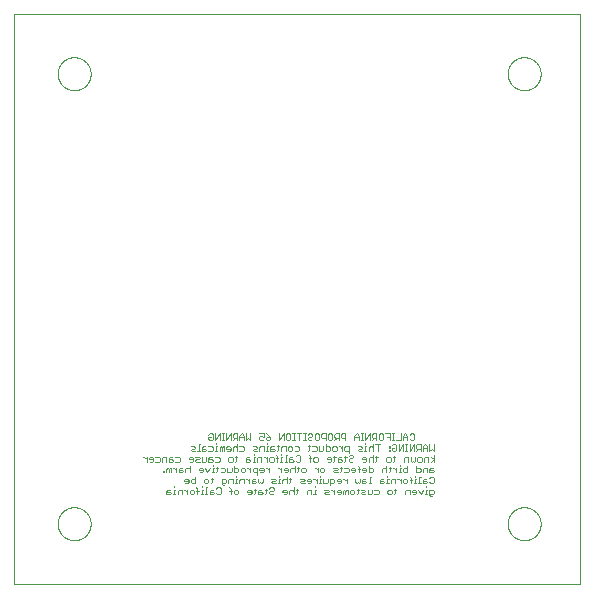
<source format=gbo>
G75*
%MOIN*%
%OFA0B0*%
%FSLAX25Y25*%
%IPPOS*%
%LPD*%
%AMOC8*
5,1,8,0,0,1.08239X$1,22.5*
%
%ADD10C,0.00000*%
%ADD11C,0.00200*%
D10*
X0001800Y0001800D02*
X0001800Y0191761D01*
X0190501Y0191761D01*
X0190501Y0001800D01*
X0001800Y0001800D01*
X0016288Y0021800D02*
X0016290Y0021948D01*
X0016296Y0022096D01*
X0016306Y0022244D01*
X0016320Y0022391D01*
X0016338Y0022538D01*
X0016359Y0022684D01*
X0016385Y0022830D01*
X0016415Y0022975D01*
X0016448Y0023119D01*
X0016486Y0023262D01*
X0016527Y0023404D01*
X0016572Y0023545D01*
X0016620Y0023685D01*
X0016673Y0023824D01*
X0016729Y0023961D01*
X0016789Y0024096D01*
X0016852Y0024230D01*
X0016919Y0024362D01*
X0016990Y0024492D01*
X0017064Y0024620D01*
X0017141Y0024746D01*
X0017222Y0024870D01*
X0017306Y0024992D01*
X0017393Y0025111D01*
X0017484Y0025228D01*
X0017578Y0025343D01*
X0017674Y0025455D01*
X0017774Y0025565D01*
X0017876Y0025671D01*
X0017982Y0025775D01*
X0018090Y0025876D01*
X0018201Y0025974D01*
X0018314Y0026070D01*
X0018430Y0026162D01*
X0018548Y0026251D01*
X0018669Y0026336D01*
X0018792Y0026419D01*
X0018917Y0026498D01*
X0019044Y0026574D01*
X0019173Y0026646D01*
X0019304Y0026715D01*
X0019437Y0026780D01*
X0019572Y0026841D01*
X0019708Y0026899D01*
X0019845Y0026954D01*
X0019984Y0027004D01*
X0020125Y0027051D01*
X0020266Y0027094D01*
X0020409Y0027134D01*
X0020553Y0027169D01*
X0020697Y0027201D01*
X0020843Y0027228D01*
X0020989Y0027252D01*
X0021136Y0027272D01*
X0021283Y0027288D01*
X0021430Y0027300D01*
X0021578Y0027308D01*
X0021726Y0027312D01*
X0021874Y0027312D01*
X0022022Y0027308D01*
X0022170Y0027300D01*
X0022317Y0027288D01*
X0022464Y0027272D01*
X0022611Y0027252D01*
X0022757Y0027228D01*
X0022903Y0027201D01*
X0023047Y0027169D01*
X0023191Y0027134D01*
X0023334Y0027094D01*
X0023475Y0027051D01*
X0023616Y0027004D01*
X0023755Y0026954D01*
X0023892Y0026899D01*
X0024028Y0026841D01*
X0024163Y0026780D01*
X0024296Y0026715D01*
X0024427Y0026646D01*
X0024556Y0026574D01*
X0024683Y0026498D01*
X0024808Y0026419D01*
X0024931Y0026336D01*
X0025052Y0026251D01*
X0025170Y0026162D01*
X0025286Y0026070D01*
X0025399Y0025974D01*
X0025510Y0025876D01*
X0025618Y0025775D01*
X0025724Y0025671D01*
X0025826Y0025565D01*
X0025926Y0025455D01*
X0026022Y0025343D01*
X0026116Y0025228D01*
X0026207Y0025111D01*
X0026294Y0024992D01*
X0026378Y0024870D01*
X0026459Y0024746D01*
X0026536Y0024620D01*
X0026610Y0024492D01*
X0026681Y0024362D01*
X0026748Y0024230D01*
X0026811Y0024096D01*
X0026871Y0023961D01*
X0026927Y0023824D01*
X0026980Y0023685D01*
X0027028Y0023545D01*
X0027073Y0023404D01*
X0027114Y0023262D01*
X0027152Y0023119D01*
X0027185Y0022975D01*
X0027215Y0022830D01*
X0027241Y0022684D01*
X0027262Y0022538D01*
X0027280Y0022391D01*
X0027294Y0022244D01*
X0027304Y0022096D01*
X0027310Y0021948D01*
X0027312Y0021800D01*
X0027310Y0021652D01*
X0027304Y0021504D01*
X0027294Y0021356D01*
X0027280Y0021209D01*
X0027262Y0021062D01*
X0027241Y0020916D01*
X0027215Y0020770D01*
X0027185Y0020625D01*
X0027152Y0020481D01*
X0027114Y0020338D01*
X0027073Y0020196D01*
X0027028Y0020055D01*
X0026980Y0019915D01*
X0026927Y0019776D01*
X0026871Y0019639D01*
X0026811Y0019504D01*
X0026748Y0019370D01*
X0026681Y0019238D01*
X0026610Y0019108D01*
X0026536Y0018980D01*
X0026459Y0018854D01*
X0026378Y0018730D01*
X0026294Y0018608D01*
X0026207Y0018489D01*
X0026116Y0018372D01*
X0026022Y0018257D01*
X0025926Y0018145D01*
X0025826Y0018035D01*
X0025724Y0017929D01*
X0025618Y0017825D01*
X0025510Y0017724D01*
X0025399Y0017626D01*
X0025286Y0017530D01*
X0025170Y0017438D01*
X0025052Y0017349D01*
X0024931Y0017264D01*
X0024808Y0017181D01*
X0024683Y0017102D01*
X0024556Y0017026D01*
X0024427Y0016954D01*
X0024296Y0016885D01*
X0024163Y0016820D01*
X0024028Y0016759D01*
X0023892Y0016701D01*
X0023755Y0016646D01*
X0023616Y0016596D01*
X0023475Y0016549D01*
X0023334Y0016506D01*
X0023191Y0016466D01*
X0023047Y0016431D01*
X0022903Y0016399D01*
X0022757Y0016372D01*
X0022611Y0016348D01*
X0022464Y0016328D01*
X0022317Y0016312D01*
X0022170Y0016300D01*
X0022022Y0016292D01*
X0021874Y0016288D01*
X0021726Y0016288D01*
X0021578Y0016292D01*
X0021430Y0016300D01*
X0021283Y0016312D01*
X0021136Y0016328D01*
X0020989Y0016348D01*
X0020843Y0016372D01*
X0020697Y0016399D01*
X0020553Y0016431D01*
X0020409Y0016466D01*
X0020266Y0016506D01*
X0020125Y0016549D01*
X0019984Y0016596D01*
X0019845Y0016646D01*
X0019708Y0016701D01*
X0019572Y0016759D01*
X0019437Y0016820D01*
X0019304Y0016885D01*
X0019173Y0016954D01*
X0019044Y0017026D01*
X0018917Y0017102D01*
X0018792Y0017181D01*
X0018669Y0017264D01*
X0018548Y0017349D01*
X0018430Y0017438D01*
X0018314Y0017530D01*
X0018201Y0017626D01*
X0018090Y0017724D01*
X0017982Y0017825D01*
X0017876Y0017929D01*
X0017774Y0018035D01*
X0017674Y0018145D01*
X0017578Y0018257D01*
X0017484Y0018372D01*
X0017393Y0018489D01*
X0017306Y0018608D01*
X0017222Y0018730D01*
X0017141Y0018854D01*
X0017064Y0018980D01*
X0016990Y0019108D01*
X0016919Y0019238D01*
X0016852Y0019370D01*
X0016789Y0019504D01*
X0016729Y0019639D01*
X0016673Y0019776D01*
X0016620Y0019915D01*
X0016572Y0020055D01*
X0016527Y0020196D01*
X0016486Y0020338D01*
X0016448Y0020481D01*
X0016415Y0020625D01*
X0016385Y0020770D01*
X0016359Y0020916D01*
X0016338Y0021062D01*
X0016320Y0021209D01*
X0016306Y0021356D01*
X0016296Y0021504D01*
X0016290Y0021652D01*
X0016288Y0021800D01*
X0016288Y0171800D02*
X0016290Y0171948D01*
X0016296Y0172096D01*
X0016306Y0172244D01*
X0016320Y0172391D01*
X0016338Y0172538D01*
X0016359Y0172684D01*
X0016385Y0172830D01*
X0016415Y0172975D01*
X0016448Y0173119D01*
X0016486Y0173262D01*
X0016527Y0173404D01*
X0016572Y0173545D01*
X0016620Y0173685D01*
X0016673Y0173824D01*
X0016729Y0173961D01*
X0016789Y0174096D01*
X0016852Y0174230D01*
X0016919Y0174362D01*
X0016990Y0174492D01*
X0017064Y0174620D01*
X0017141Y0174746D01*
X0017222Y0174870D01*
X0017306Y0174992D01*
X0017393Y0175111D01*
X0017484Y0175228D01*
X0017578Y0175343D01*
X0017674Y0175455D01*
X0017774Y0175565D01*
X0017876Y0175671D01*
X0017982Y0175775D01*
X0018090Y0175876D01*
X0018201Y0175974D01*
X0018314Y0176070D01*
X0018430Y0176162D01*
X0018548Y0176251D01*
X0018669Y0176336D01*
X0018792Y0176419D01*
X0018917Y0176498D01*
X0019044Y0176574D01*
X0019173Y0176646D01*
X0019304Y0176715D01*
X0019437Y0176780D01*
X0019572Y0176841D01*
X0019708Y0176899D01*
X0019845Y0176954D01*
X0019984Y0177004D01*
X0020125Y0177051D01*
X0020266Y0177094D01*
X0020409Y0177134D01*
X0020553Y0177169D01*
X0020697Y0177201D01*
X0020843Y0177228D01*
X0020989Y0177252D01*
X0021136Y0177272D01*
X0021283Y0177288D01*
X0021430Y0177300D01*
X0021578Y0177308D01*
X0021726Y0177312D01*
X0021874Y0177312D01*
X0022022Y0177308D01*
X0022170Y0177300D01*
X0022317Y0177288D01*
X0022464Y0177272D01*
X0022611Y0177252D01*
X0022757Y0177228D01*
X0022903Y0177201D01*
X0023047Y0177169D01*
X0023191Y0177134D01*
X0023334Y0177094D01*
X0023475Y0177051D01*
X0023616Y0177004D01*
X0023755Y0176954D01*
X0023892Y0176899D01*
X0024028Y0176841D01*
X0024163Y0176780D01*
X0024296Y0176715D01*
X0024427Y0176646D01*
X0024556Y0176574D01*
X0024683Y0176498D01*
X0024808Y0176419D01*
X0024931Y0176336D01*
X0025052Y0176251D01*
X0025170Y0176162D01*
X0025286Y0176070D01*
X0025399Y0175974D01*
X0025510Y0175876D01*
X0025618Y0175775D01*
X0025724Y0175671D01*
X0025826Y0175565D01*
X0025926Y0175455D01*
X0026022Y0175343D01*
X0026116Y0175228D01*
X0026207Y0175111D01*
X0026294Y0174992D01*
X0026378Y0174870D01*
X0026459Y0174746D01*
X0026536Y0174620D01*
X0026610Y0174492D01*
X0026681Y0174362D01*
X0026748Y0174230D01*
X0026811Y0174096D01*
X0026871Y0173961D01*
X0026927Y0173824D01*
X0026980Y0173685D01*
X0027028Y0173545D01*
X0027073Y0173404D01*
X0027114Y0173262D01*
X0027152Y0173119D01*
X0027185Y0172975D01*
X0027215Y0172830D01*
X0027241Y0172684D01*
X0027262Y0172538D01*
X0027280Y0172391D01*
X0027294Y0172244D01*
X0027304Y0172096D01*
X0027310Y0171948D01*
X0027312Y0171800D01*
X0027310Y0171652D01*
X0027304Y0171504D01*
X0027294Y0171356D01*
X0027280Y0171209D01*
X0027262Y0171062D01*
X0027241Y0170916D01*
X0027215Y0170770D01*
X0027185Y0170625D01*
X0027152Y0170481D01*
X0027114Y0170338D01*
X0027073Y0170196D01*
X0027028Y0170055D01*
X0026980Y0169915D01*
X0026927Y0169776D01*
X0026871Y0169639D01*
X0026811Y0169504D01*
X0026748Y0169370D01*
X0026681Y0169238D01*
X0026610Y0169108D01*
X0026536Y0168980D01*
X0026459Y0168854D01*
X0026378Y0168730D01*
X0026294Y0168608D01*
X0026207Y0168489D01*
X0026116Y0168372D01*
X0026022Y0168257D01*
X0025926Y0168145D01*
X0025826Y0168035D01*
X0025724Y0167929D01*
X0025618Y0167825D01*
X0025510Y0167724D01*
X0025399Y0167626D01*
X0025286Y0167530D01*
X0025170Y0167438D01*
X0025052Y0167349D01*
X0024931Y0167264D01*
X0024808Y0167181D01*
X0024683Y0167102D01*
X0024556Y0167026D01*
X0024427Y0166954D01*
X0024296Y0166885D01*
X0024163Y0166820D01*
X0024028Y0166759D01*
X0023892Y0166701D01*
X0023755Y0166646D01*
X0023616Y0166596D01*
X0023475Y0166549D01*
X0023334Y0166506D01*
X0023191Y0166466D01*
X0023047Y0166431D01*
X0022903Y0166399D01*
X0022757Y0166372D01*
X0022611Y0166348D01*
X0022464Y0166328D01*
X0022317Y0166312D01*
X0022170Y0166300D01*
X0022022Y0166292D01*
X0021874Y0166288D01*
X0021726Y0166288D01*
X0021578Y0166292D01*
X0021430Y0166300D01*
X0021283Y0166312D01*
X0021136Y0166328D01*
X0020989Y0166348D01*
X0020843Y0166372D01*
X0020697Y0166399D01*
X0020553Y0166431D01*
X0020409Y0166466D01*
X0020266Y0166506D01*
X0020125Y0166549D01*
X0019984Y0166596D01*
X0019845Y0166646D01*
X0019708Y0166701D01*
X0019572Y0166759D01*
X0019437Y0166820D01*
X0019304Y0166885D01*
X0019173Y0166954D01*
X0019044Y0167026D01*
X0018917Y0167102D01*
X0018792Y0167181D01*
X0018669Y0167264D01*
X0018548Y0167349D01*
X0018430Y0167438D01*
X0018314Y0167530D01*
X0018201Y0167626D01*
X0018090Y0167724D01*
X0017982Y0167825D01*
X0017876Y0167929D01*
X0017774Y0168035D01*
X0017674Y0168145D01*
X0017578Y0168257D01*
X0017484Y0168372D01*
X0017393Y0168489D01*
X0017306Y0168608D01*
X0017222Y0168730D01*
X0017141Y0168854D01*
X0017064Y0168980D01*
X0016990Y0169108D01*
X0016919Y0169238D01*
X0016852Y0169370D01*
X0016789Y0169504D01*
X0016729Y0169639D01*
X0016673Y0169776D01*
X0016620Y0169915D01*
X0016572Y0170055D01*
X0016527Y0170196D01*
X0016486Y0170338D01*
X0016448Y0170481D01*
X0016415Y0170625D01*
X0016385Y0170770D01*
X0016359Y0170916D01*
X0016338Y0171062D01*
X0016320Y0171209D01*
X0016306Y0171356D01*
X0016296Y0171504D01*
X0016290Y0171652D01*
X0016288Y0171800D01*
X0166288Y0171800D02*
X0166290Y0171948D01*
X0166296Y0172096D01*
X0166306Y0172244D01*
X0166320Y0172391D01*
X0166338Y0172538D01*
X0166359Y0172684D01*
X0166385Y0172830D01*
X0166415Y0172975D01*
X0166448Y0173119D01*
X0166486Y0173262D01*
X0166527Y0173404D01*
X0166572Y0173545D01*
X0166620Y0173685D01*
X0166673Y0173824D01*
X0166729Y0173961D01*
X0166789Y0174096D01*
X0166852Y0174230D01*
X0166919Y0174362D01*
X0166990Y0174492D01*
X0167064Y0174620D01*
X0167141Y0174746D01*
X0167222Y0174870D01*
X0167306Y0174992D01*
X0167393Y0175111D01*
X0167484Y0175228D01*
X0167578Y0175343D01*
X0167674Y0175455D01*
X0167774Y0175565D01*
X0167876Y0175671D01*
X0167982Y0175775D01*
X0168090Y0175876D01*
X0168201Y0175974D01*
X0168314Y0176070D01*
X0168430Y0176162D01*
X0168548Y0176251D01*
X0168669Y0176336D01*
X0168792Y0176419D01*
X0168917Y0176498D01*
X0169044Y0176574D01*
X0169173Y0176646D01*
X0169304Y0176715D01*
X0169437Y0176780D01*
X0169572Y0176841D01*
X0169708Y0176899D01*
X0169845Y0176954D01*
X0169984Y0177004D01*
X0170125Y0177051D01*
X0170266Y0177094D01*
X0170409Y0177134D01*
X0170553Y0177169D01*
X0170697Y0177201D01*
X0170843Y0177228D01*
X0170989Y0177252D01*
X0171136Y0177272D01*
X0171283Y0177288D01*
X0171430Y0177300D01*
X0171578Y0177308D01*
X0171726Y0177312D01*
X0171874Y0177312D01*
X0172022Y0177308D01*
X0172170Y0177300D01*
X0172317Y0177288D01*
X0172464Y0177272D01*
X0172611Y0177252D01*
X0172757Y0177228D01*
X0172903Y0177201D01*
X0173047Y0177169D01*
X0173191Y0177134D01*
X0173334Y0177094D01*
X0173475Y0177051D01*
X0173616Y0177004D01*
X0173755Y0176954D01*
X0173892Y0176899D01*
X0174028Y0176841D01*
X0174163Y0176780D01*
X0174296Y0176715D01*
X0174427Y0176646D01*
X0174556Y0176574D01*
X0174683Y0176498D01*
X0174808Y0176419D01*
X0174931Y0176336D01*
X0175052Y0176251D01*
X0175170Y0176162D01*
X0175286Y0176070D01*
X0175399Y0175974D01*
X0175510Y0175876D01*
X0175618Y0175775D01*
X0175724Y0175671D01*
X0175826Y0175565D01*
X0175926Y0175455D01*
X0176022Y0175343D01*
X0176116Y0175228D01*
X0176207Y0175111D01*
X0176294Y0174992D01*
X0176378Y0174870D01*
X0176459Y0174746D01*
X0176536Y0174620D01*
X0176610Y0174492D01*
X0176681Y0174362D01*
X0176748Y0174230D01*
X0176811Y0174096D01*
X0176871Y0173961D01*
X0176927Y0173824D01*
X0176980Y0173685D01*
X0177028Y0173545D01*
X0177073Y0173404D01*
X0177114Y0173262D01*
X0177152Y0173119D01*
X0177185Y0172975D01*
X0177215Y0172830D01*
X0177241Y0172684D01*
X0177262Y0172538D01*
X0177280Y0172391D01*
X0177294Y0172244D01*
X0177304Y0172096D01*
X0177310Y0171948D01*
X0177312Y0171800D01*
X0177310Y0171652D01*
X0177304Y0171504D01*
X0177294Y0171356D01*
X0177280Y0171209D01*
X0177262Y0171062D01*
X0177241Y0170916D01*
X0177215Y0170770D01*
X0177185Y0170625D01*
X0177152Y0170481D01*
X0177114Y0170338D01*
X0177073Y0170196D01*
X0177028Y0170055D01*
X0176980Y0169915D01*
X0176927Y0169776D01*
X0176871Y0169639D01*
X0176811Y0169504D01*
X0176748Y0169370D01*
X0176681Y0169238D01*
X0176610Y0169108D01*
X0176536Y0168980D01*
X0176459Y0168854D01*
X0176378Y0168730D01*
X0176294Y0168608D01*
X0176207Y0168489D01*
X0176116Y0168372D01*
X0176022Y0168257D01*
X0175926Y0168145D01*
X0175826Y0168035D01*
X0175724Y0167929D01*
X0175618Y0167825D01*
X0175510Y0167724D01*
X0175399Y0167626D01*
X0175286Y0167530D01*
X0175170Y0167438D01*
X0175052Y0167349D01*
X0174931Y0167264D01*
X0174808Y0167181D01*
X0174683Y0167102D01*
X0174556Y0167026D01*
X0174427Y0166954D01*
X0174296Y0166885D01*
X0174163Y0166820D01*
X0174028Y0166759D01*
X0173892Y0166701D01*
X0173755Y0166646D01*
X0173616Y0166596D01*
X0173475Y0166549D01*
X0173334Y0166506D01*
X0173191Y0166466D01*
X0173047Y0166431D01*
X0172903Y0166399D01*
X0172757Y0166372D01*
X0172611Y0166348D01*
X0172464Y0166328D01*
X0172317Y0166312D01*
X0172170Y0166300D01*
X0172022Y0166292D01*
X0171874Y0166288D01*
X0171726Y0166288D01*
X0171578Y0166292D01*
X0171430Y0166300D01*
X0171283Y0166312D01*
X0171136Y0166328D01*
X0170989Y0166348D01*
X0170843Y0166372D01*
X0170697Y0166399D01*
X0170553Y0166431D01*
X0170409Y0166466D01*
X0170266Y0166506D01*
X0170125Y0166549D01*
X0169984Y0166596D01*
X0169845Y0166646D01*
X0169708Y0166701D01*
X0169572Y0166759D01*
X0169437Y0166820D01*
X0169304Y0166885D01*
X0169173Y0166954D01*
X0169044Y0167026D01*
X0168917Y0167102D01*
X0168792Y0167181D01*
X0168669Y0167264D01*
X0168548Y0167349D01*
X0168430Y0167438D01*
X0168314Y0167530D01*
X0168201Y0167626D01*
X0168090Y0167724D01*
X0167982Y0167825D01*
X0167876Y0167929D01*
X0167774Y0168035D01*
X0167674Y0168145D01*
X0167578Y0168257D01*
X0167484Y0168372D01*
X0167393Y0168489D01*
X0167306Y0168608D01*
X0167222Y0168730D01*
X0167141Y0168854D01*
X0167064Y0168980D01*
X0166990Y0169108D01*
X0166919Y0169238D01*
X0166852Y0169370D01*
X0166789Y0169504D01*
X0166729Y0169639D01*
X0166673Y0169776D01*
X0166620Y0169915D01*
X0166572Y0170055D01*
X0166527Y0170196D01*
X0166486Y0170338D01*
X0166448Y0170481D01*
X0166415Y0170625D01*
X0166385Y0170770D01*
X0166359Y0170916D01*
X0166338Y0171062D01*
X0166320Y0171209D01*
X0166306Y0171356D01*
X0166296Y0171504D01*
X0166290Y0171652D01*
X0166288Y0171800D01*
X0166288Y0021800D02*
X0166290Y0021948D01*
X0166296Y0022096D01*
X0166306Y0022244D01*
X0166320Y0022391D01*
X0166338Y0022538D01*
X0166359Y0022684D01*
X0166385Y0022830D01*
X0166415Y0022975D01*
X0166448Y0023119D01*
X0166486Y0023262D01*
X0166527Y0023404D01*
X0166572Y0023545D01*
X0166620Y0023685D01*
X0166673Y0023824D01*
X0166729Y0023961D01*
X0166789Y0024096D01*
X0166852Y0024230D01*
X0166919Y0024362D01*
X0166990Y0024492D01*
X0167064Y0024620D01*
X0167141Y0024746D01*
X0167222Y0024870D01*
X0167306Y0024992D01*
X0167393Y0025111D01*
X0167484Y0025228D01*
X0167578Y0025343D01*
X0167674Y0025455D01*
X0167774Y0025565D01*
X0167876Y0025671D01*
X0167982Y0025775D01*
X0168090Y0025876D01*
X0168201Y0025974D01*
X0168314Y0026070D01*
X0168430Y0026162D01*
X0168548Y0026251D01*
X0168669Y0026336D01*
X0168792Y0026419D01*
X0168917Y0026498D01*
X0169044Y0026574D01*
X0169173Y0026646D01*
X0169304Y0026715D01*
X0169437Y0026780D01*
X0169572Y0026841D01*
X0169708Y0026899D01*
X0169845Y0026954D01*
X0169984Y0027004D01*
X0170125Y0027051D01*
X0170266Y0027094D01*
X0170409Y0027134D01*
X0170553Y0027169D01*
X0170697Y0027201D01*
X0170843Y0027228D01*
X0170989Y0027252D01*
X0171136Y0027272D01*
X0171283Y0027288D01*
X0171430Y0027300D01*
X0171578Y0027308D01*
X0171726Y0027312D01*
X0171874Y0027312D01*
X0172022Y0027308D01*
X0172170Y0027300D01*
X0172317Y0027288D01*
X0172464Y0027272D01*
X0172611Y0027252D01*
X0172757Y0027228D01*
X0172903Y0027201D01*
X0173047Y0027169D01*
X0173191Y0027134D01*
X0173334Y0027094D01*
X0173475Y0027051D01*
X0173616Y0027004D01*
X0173755Y0026954D01*
X0173892Y0026899D01*
X0174028Y0026841D01*
X0174163Y0026780D01*
X0174296Y0026715D01*
X0174427Y0026646D01*
X0174556Y0026574D01*
X0174683Y0026498D01*
X0174808Y0026419D01*
X0174931Y0026336D01*
X0175052Y0026251D01*
X0175170Y0026162D01*
X0175286Y0026070D01*
X0175399Y0025974D01*
X0175510Y0025876D01*
X0175618Y0025775D01*
X0175724Y0025671D01*
X0175826Y0025565D01*
X0175926Y0025455D01*
X0176022Y0025343D01*
X0176116Y0025228D01*
X0176207Y0025111D01*
X0176294Y0024992D01*
X0176378Y0024870D01*
X0176459Y0024746D01*
X0176536Y0024620D01*
X0176610Y0024492D01*
X0176681Y0024362D01*
X0176748Y0024230D01*
X0176811Y0024096D01*
X0176871Y0023961D01*
X0176927Y0023824D01*
X0176980Y0023685D01*
X0177028Y0023545D01*
X0177073Y0023404D01*
X0177114Y0023262D01*
X0177152Y0023119D01*
X0177185Y0022975D01*
X0177215Y0022830D01*
X0177241Y0022684D01*
X0177262Y0022538D01*
X0177280Y0022391D01*
X0177294Y0022244D01*
X0177304Y0022096D01*
X0177310Y0021948D01*
X0177312Y0021800D01*
X0177310Y0021652D01*
X0177304Y0021504D01*
X0177294Y0021356D01*
X0177280Y0021209D01*
X0177262Y0021062D01*
X0177241Y0020916D01*
X0177215Y0020770D01*
X0177185Y0020625D01*
X0177152Y0020481D01*
X0177114Y0020338D01*
X0177073Y0020196D01*
X0177028Y0020055D01*
X0176980Y0019915D01*
X0176927Y0019776D01*
X0176871Y0019639D01*
X0176811Y0019504D01*
X0176748Y0019370D01*
X0176681Y0019238D01*
X0176610Y0019108D01*
X0176536Y0018980D01*
X0176459Y0018854D01*
X0176378Y0018730D01*
X0176294Y0018608D01*
X0176207Y0018489D01*
X0176116Y0018372D01*
X0176022Y0018257D01*
X0175926Y0018145D01*
X0175826Y0018035D01*
X0175724Y0017929D01*
X0175618Y0017825D01*
X0175510Y0017724D01*
X0175399Y0017626D01*
X0175286Y0017530D01*
X0175170Y0017438D01*
X0175052Y0017349D01*
X0174931Y0017264D01*
X0174808Y0017181D01*
X0174683Y0017102D01*
X0174556Y0017026D01*
X0174427Y0016954D01*
X0174296Y0016885D01*
X0174163Y0016820D01*
X0174028Y0016759D01*
X0173892Y0016701D01*
X0173755Y0016646D01*
X0173616Y0016596D01*
X0173475Y0016549D01*
X0173334Y0016506D01*
X0173191Y0016466D01*
X0173047Y0016431D01*
X0172903Y0016399D01*
X0172757Y0016372D01*
X0172611Y0016348D01*
X0172464Y0016328D01*
X0172317Y0016312D01*
X0172170Y0016300D01*
X0172022Y0016292D01*
X0171874Y0016288D01*
X0171726Y0016288D01*
X0171578Y0016292D01*
X0171430Y0016300D01*
X0171283Y0016312D01*
X0171136Y0016328D01*
X0170989Y0016348D01*
X0170843Y0016372D01*
X0170697Y0016399D01*
X0170553Y0016431D01*
X0170409Y0016466D01*
X0170266Y0016506D01*
X0170125Y0016549D01*
X0169984Y0016596D01*
X0169845Y0016646D01*
X0169708Y0016701D01*
X0169572Y0016759D01*
X0169437Y0016820D01*
X0169304Y0016885D01*
X0169173Y0016954D01*
X0169044Y0017026D01*
X0168917Y0017102D01*
X0168792Y0017181D01*
X0168669Y0017264D01*
X0168548Y0017349D01*
X0168430Y0017438D01*
X0168314Y0017530D01*
X0168201Y0017626D01*
X0168090Y0017724D01*
X0167982Y0017825D01*
X0167876Y0017929D01*
X0167774Y0018035D01*
X0167674Y0018145D01*
X0167578Y0018257D01*
X0167484Y0018372D01*
X0167393Y0018489D01*
X0167306Y0018608D01*
X0167222Y0018730D01*
X0167141Y0018854D01*
X0167064Y0018980D01*
X0166990Y0019108D01*
X0166919Y0019238D01*
X0166852Y0019370D01*
X0166789Y0019504D01*
X0166729Y0019639D01*
X0166673Y0019776D01*
X0166620Y0019915D01*
X0166572Y0020055D01*
X0166527Y0020196D01*
X0166486Y0020338D01*
X0166448Y0020481D01*
X0166415Y0020625D01*
X0166385Y0020770D01*
X0166359Y0020916D01*
X0166338Y0021062D01*
X0166320Y0021209D01*
X0166306Y0021356D01*
X0166296Y0021504D01*
X0166290Y0021652D01*
X0166288Y0021800D01*
D11*
X0141700Y0032067D02*
X0141333Y0031700D01*
X0140232Y0031700D01*
X0141333Y0031700D01*
X0141700Y0032067D01*
X0141700Y0032801D01*
X0141333Y0033168D01*
X0140232Y0033168D01*
X0140232Y0031333D01*
X0140599Y0030966D01*
X0140966Y0030966D01*
X0140599Y0030966D01*
X0140232Y0031333D01*
X0140232Y0033168D01*
X0141333Y0033168D01*
X0141700Y0032801D01*
X0141700Y0032067D01*
X0139490Y0031700D02*
X0138756Y0031700D01*
X0139490Y0031700D01*
X0139123Y0031700D02*
X0139123Y0033168D01*
X0139490Y0033168D01*
X0139123Y0033168D01*
X0139123Y0031700D01*
X0138017Y0033168D02*
X0137283Y0031700D01*
X0136549Y0033168D01*
X0137283Y0031700D01*
X0138017Y0033168D01*
X0139123Y0033902D02*
X0139123Y0034269D01*
X0139123Y0033902D01*
X0139123Y0035300D02*
X0139490Y0035667D01*
X0139123Y0036034D01*
X0138022Y0036034D01*
X0139123Y0036034D01*
X0139490Y0035667D01*
X0139123Y0035300D01*
X0138022Y0035300D01*
X0138022Y0036401D01*
X0138389Y0036768D01*
X0139123Y0036768D01*
X0138389Y0036768D01*
X0138022Y0036401D01*
X0138022Y0035300D01*
X0139123Y0035300D01*
X0140232Y0035667D02*
X0140599Y0035300D01*
X0141333Y0035300D01*
X0141700Y0035667D01*
X0141700Y0037135D01*
X0141333Y0037502D01*
X0140599Y0037502D01*
X0140232Y0037135D01*
X0140599Y0037502D01*
X0141333Y0037502D01*
X0141700Y0037135D01*
X0141700Y0035667D01*
X0141333Y0035300D01*
X0140599Y0035300D01*
X0140232Y0035667D01*
X0137280Y0035300D02*
X0136546Y0035300D01*
X0137280Y0035300D01*
X0136913Y0035300D02*
X0136913Y0037502D01*
X0137280Y0037502D01*
X0136913Y0037502D01*
X0136913Y0035300D01*
X0135807Y0035300D02*
X0135073Y0035300D01*
X0135807Y0035300D01*
X0135440Y0035300D02*
X0135440Y0036768D01*
X0135807Y0036768D01*
X0135440Y0036768D01*
X0135440Y0035300D01*
X0133967Y0035300D02*
X0133967Y0037135D01*
X0133600Y0037502D01*
X0133967Y0037135D01*
X0133967Y0035300D01*
X0134334Y0036401D02*
X0133600Y0036401D01*
X0134334Y0036401D01*
X0132860Y0036401D02*
X0132860Y0035667D01*
X0132494Y0035300D01*
X0131760Y0035300D01*
X0131393Y0035667D01*
X0131393Y0036401D01*
X0131760Y0036768D01*
X0132494Y0036768D01*
X0132860Y0036401D01*
X0132860Y0035667D01*
X0132494Y0035300D01*
X0131760Y0035300D01*
X0131393Y0035667D01*
X0131393Y0036401D01*
X0131760Y0036768D01*
X0132494Y0036768D01*
X0132860Y0036401D01*
X0130651Y0036768D02*
X0130651Y0035300D01*
X0130651Y0036768D01*
X0130651Y0036034D02*
X0129917Y0036768D01*
X0129550Y0036768D01*
X0129917Y0036768D01*
X0130651Y0036034D01*
X0128809Y0036768D02*
X0127708Y0036768D01*
X0127341Y0036401D01*
X0127341Y0035300D01*
X0127341Y0036401D01*
X0127708Y0036768D01*
X0128809Y0036768D01*
X0128809Y0035300D01*
X0128809Y0036768D01*
X0126599Y0036768D02*
X0126232Y0036768D01*
X0126232Y0035300D01*
X0126232Y0036768D01*
X0126599Y0036768D01*
X0126232Y0037502D02*
X0126232Y0037869D01*
X0126232Y0037502D01*
X0125863Y0038900D02*
X0125863Y0041102D01*
X0125863Y0038900D01*
X0126602Y0038900D02*
X0126969Y0039267D01*
X0126969Y0040735D01*
X0126969Y0039267D01*
X0126602Y0038900D01*
X0125863Y0040001D02*
X0125496Y0040368D01*
X0124762Y0040368D01*
X0124395Y0040001D01*
X0124395Y0038900D01*
X0124395Y0040001D01*
X0124762Y0040368D01*
X0125496Y0040368D01*
X0125863Y0040001D01*
X0126602Y0040368D02*
X0127336Y0040368D01*
X0126602Y0040368D01*
X0128076Y0040368D02*
X0128443Y0040368D01*
X0129177Y0039634D01*
X0128443Y0040368D01*
X0128076Y0040368D01*
X0129177Y0040368D02*
X0129177Y0038900D01*
X0129177Y0040368D01*
X0130284Y0040368D02*
X0130284Y0038900D01*
X0130284Y0040368D01*
X0130651Y0040368D01*
X0130284Y0040368D01*
X0130284Y0041102D02*
X0130284Y0041469D01*
X0130284Y0041102D01*
X0131393Y0040001D02*
X0131760Y0040368D01*
X0132860Y0040368D01*
X0131760Y0040368D01*
X0131393Y0040001D01*
X0131393Y0039267D01*
X0131760Y0038900D01*
X0132860Y0038900D01*
X0132860Y0041102D01*
X0132860Y0038900D01*
X0131760Y0038900D01*
X0131393Y0039267D01*
X0131393Y0040001D01*
X0130651Y0038900D02*
X0129917Y0038900D01*
X0130651Y0038900D01*
X0131761Y0042500D02*
X0131761Y0043601D01*
X0132128Y0043968D01*
X0133229Y0043968D01*
X0133229Y0042500D01*
X0133229Y0043968D01*
X0132128Y0043968D01*
X0131761Y0043601D01*
X0131761Y0042500D01*
X0133971Y0042867D02*
X0133971Y0043968D01*
X0133971Y0042867D01*
X0134338Y0042500D01*
X0134705Y0042867D01*
X0135072Y0042500D01*
X0135439Y0042867D01*
X0135439Y0043968D01*
X0135439Y0042867D01*
X0135072Y0042500D01*
X0134705Y0042867D01*
X0134338Y0042500D01*
X0133971Y0042867D01*
X0136181Y0042867D02*
X0136548Y0042500D01*
X0137282Y0042500D01*
X0137649Y0042867D01*
X0137649Y0043601D01*
X0137282Y0043968D01*
X0136548Y0043968D01*
X0136181Y0043601D01*
X0136181Y0042867D01*
X0136181Y0043601D01*
X0136548Y0043968D01*
X0137282Y0043968D01*
X0137649Y0043601D01*
X0137649Y0042867D01*
X0137282Y0042500D01*
X0136548Y0042500D01*
X0136181Y0042867D01*
X0135812Y0041102D02*
X0135812Y0038900D01*
X0136913Y0038900D01*
X0137280Y0039267D01*
X0137280Y0040001D01*
X0136913Y0040368D01*
X0135812Y0040368D01*
X0136913Y0040368D01*
X0137280Y0040001D01*
X0137280Y0039267D01*
X0136913Y0038900D01*
X0135812Y0038900D01*
X0135812Y0041102D01*
X0138022Y0040001D02*
X0138022Y0038900D01*
X0138022Y0040001D01*
X0138389Y0040368D01*
X0139490Y0040368D01*
X0139490Y0038900D01*
X0139490Y0040368D01*
X0138389Y0040368D01*
X0138022Y0040001D01*
X0140232Y0040001D02*
X0140232Y0038900D01*
X0141333Y0038900D01*
X0141700Y0039267D01*
X0141333Y0039634D01*
X0140232Y0039634D01*
X0141333Y0039634D01*
X0141700Y0039267D01*
X0141333Y0038900D01*
X0140232Y0038900D01*
X0140232Y0040001D01*
X0140599Y0040368D01*
X0141333Y0040368D01*
X0140599Y0040368D01*
X0140232Y0040001D01*
X0140599Y0042500D02*
X0141700Y0043234D01*
X0140599Y0043968D01*
X0141700Y0043234D01*
X0140599Y0042500D01*
X0139858Y0042500D02*
X0139858Y0043968D01*
X0138757Y0043968D01*
X0138391Y0043601D01*
X0138391Y0042500D01*
X0138391Y0043601D01*
X0138757Y0043968D01*
X0139858Y0043968D01*
X0139858Y0042500D01*
X0141700Y0042500D02*
X0141700Y0044702D01*
X0141700Y0042500D01*
X0141700Y0046100D02*
X0140966Y0046834D01*
X0140232Y0046100D01*
X0140232Y0048302D01*
X0140232Y0046100D01*
X0140966Y0046834D01*
X0141700Y0046100D01*
X0141700Y0048302D01*
X0141700Y0046100D01*
X0139490Y0046100D02*
X0139490Y0047568D01*
X0138756Y0048302D01*
X0138022Y0047568D01*
X0138022Y0046100D01*
X0138022Y0047568D01*
X0138756Y0048302D01*
X0139490Y0047568D01*
X0139490Y0046100D01*
X0139490Y0047201D02*
X0138022Y0047201D01*
X0139490Y0047201D01*
X0137280Y0046834D02*
X0136179Y0046834D01*
X0135812Y0047201D01*
X0135812Y0047935D01*
X0136179Y0048302D01*
X0137280Y0048302D01*
X0137280Y0046100D01*
X0137280Y0048302D01*
X0136179Y0048302D01*
X0135812Y0047935D01*
X0135812Y0047201D01*
X0136179Y0046834D01*
X0137280Y0046834D01*
X0136546Y0046834D02*
X0135812Y0046100D01*
X0136546Y0046834D01*
X0135070Y0046100D02*
X0135070Y0048302D01*
X0133602Y0046100D01*
X0133602Y0048302D01*
X0133602Y0046100D01*
X0135070Y0048302D01*
X0135070Y0046100D01*
X0132860Y0046100D02*
X0132127Y0046100D01*
X0132860Y0046100D01*
X0132494Y0046100D02*
X0132494Y0048302D01*
X0132494Y0046100D01*
X0131387Y0046100D02*
X0131387Y0048302D01*
X0129919Y0046100D01*
X0129919Y0048302D01*
X0129919Y0046100D01*
X0131387Y0048302D01*
X0131387Y0046100D01*
X0129177Y0046467D02*
X0128810Y0046100D01*
X0128076Y0046100D01*
X0127709Y0046467D01*
X0127709Y0047201D01*
X0128443Y0047201D01*
X0127709Y0047201D01*
X0127709Y0046467D01*
X0128076Y0046100D01*
X0128810Y0046100D01*
X0129177Y0046467D01*
X0129177Y0047935D01*
X0128810Y0048302D01*
X0128076Y0048302D01*
X0127709Y0047935D01*
X0128076Y0048302D01*
X0128810Y0048302D01*
X0129177Y0047935D01*
X0129177Y0046467D01*
X0126967Y0046467D02*
X0126967Y0046100D01*
X0126600Y0046100D01*
X0126600Y0046467D01*
X0126967Y0046467D01*
X0126967Y0046100D01*
X0126600Y0046100D01*
X0126600Y0046467D01*
X0126967Y0046467D01*
X0126967Y0047201D02*
X0126967Y0047568D01*
X0126600Y0047568D01*
X0126600Y0047201D01*
X0126967Y0047201D01*
X0126967Y0047568D01*
X0126600Y0047568D01*
X0126600Y0047201D01*
X0126967Y0047201D01*
X0126967Y0049700D02*
X0126967Y0051902D01*
X0125500Y0051902D01*
X0126967Y0051902D01*
X0126967Y0049700D01*
X0127707Y0049700D02*
X0128441Y0049700D01*
X0127707Y0049700D01*
X0128074Y0049700D02*
X0128074Y0051902D01*
X0128074Y0049700D01*
X0129183Y0049700D02*
X0130651Y0049700D01*
X0130651Y0051902D01*
X0130651Y0049700D01*
X0129183Y0049700D01*
X0131393Y0049700D02*
X0131393Y0051168D01*
X0132127Y0051902D01*
X0132860Y0051168D01*
X0132860Y0049700D01*
X0132860Y0051168D01*
X0132127Y0051902D01*
X0131393Y0051168D01*
X0131393Y0049700D01*
X0131393Y0050801D02*
X0132860Y0050801D01*
X0131393Y0050801D01*
X0128441Y0051902D02*
X0127707Y0051902D01*
X0128441Y0051902D01*
X0126967Y0050801D02*
X0126234Y0050801D01*
X0126967Y0050801D01*
X0124758Y0051535D02*
X0124758Y0050067D01*
X0124391Y0049700D01*
X0123657Y0049700D01*
X0123290Y0050067D01*
X0123290Y0051535D01*
X0123657Y0051902D01*
X0124391Y0051902D01*
X0124758Y0051535D01*
X0124758Y0050067D01*
X0124391Y0049700D01*
X0123657Y0049700D01*
X0123290Y0050067D01*
X0123290Y0051535D01*
X0123657Y0051902D01*
X0124391Y0051902D01*
X0124758Y0051535D01*
X0122548Y0051902D02*
X0122548Y0049700D01*
X0122548Y0051902D01*
X0121447Y0051902D01*
X0121080Y0051535D01*
X0121080Y0050801D01*
X0121447Y0050434D01*
X0122548Y0050434D01*
X0121447Y0050434D01*
X0121080Y0050801D01*
X0121080Y0051535D01*
X0121447Y0051902D01*
X0122548Y0051902D01*
X0121814Y0050434D02*
X0121080Y0049700D01*
X0121814Y0050434D01*
X0120338Y0049700D02*
X0120338Y0051902D01*
X0118870Y0049700D01*
X0118870Y0051902D01*
X0118870Y0049700D01*
X0120338Y0051902D01*
X0120338Y0049700D01*
X0121443Y0048302D02*
X0121443Y0046100D01*
X0121443Y0048302D01*
X0122185Y0048302D02*
X0123653Y0048302D01*
X0122185Y0048302D01*
X0122919Y0048302D02*
X0122919Y0046100D01*
X0122919Y0048302D01*
X0121443Y0047201D02*
X0121076Y0047568D01*
X0120342Y0047568D01*
X0119975Y0047201D01*
X0119975Y0046100D01*
X0119975Y0047201D01*
X0120342Y0047568D01*
X0121076Y0047568D01*
X0121443Y0047201D01*
X0119233Y0047568D02*
X0118866Y0047568D01*
X0118866Y0046100D01*
X0118866Y0047568D01*
X0119233Y0047568D01*
X0118866Y0048302D02*
X0118866Y0048669D01*
X0118866Y0048302D01*
X0117760Y0047201D02*
X0117393Y0047568D01*
X0116292Y0047568D01*
X0117393Y0047568D01*
X0117760Y0047201D01*
X0117393Y0046834D01*
X0116659Y0046834D01*
X0116292Y0046467D01*
X0116659Y0046100D01*
X0117760Y0046100D01*
X0116659Y0046100D01*
X0116292Y0046467D01*
X0116659Y0046834D01*
X0117393Y0046834D01*
X0117760Y0047201D01*
X0118499Y0046100D02*
X0119233Y0046100D01*
X0118499Y0046100D01*
X0118866Y0043968D02*
X0118132Y0043968D01*
X0117765Y0043601D01*
X0117765Y0043234D01*
X0119233Y0043234D01*
X0117765Y0043234D01*
X0117765Y0043601D01*
X0118132Y0043968D01*
X0118866Y0043968D01*
X0119233Y0043601D01*
X0119233Y0042867D01*
X0118866Y0042500D01*
X0118132Y0042500D01*
X0118866Y0042500D01*
X0119233Y0042867D01*
X0119233Y0043601D01*
X0118866Y0043968D01*
X0119975Y0043601D02*
X0119975Y0042500D01*
X0119975Y0043601D01*
X0120342Y0043968D01*
X0121076Y0043968D01*
X0121443Y0043601D01*
X0121076Y0043968D01*
X0120342Y0043968D01*
X0119975Y0043601D01*
X0121443Y0044702D02*
X0121443Y0042500D01*
X0121443Y0044702D01*
X0122182Y0043968D02*
X0122916Y0043968D01*
X0122182Y0043968D01*
X0122549Y0044335D02*
X0122549Y0042867D01*
X0122182Y0042500D01*
X0122549Y0042867D01*
X0122549Y0044335D01*
X0125868Y0043601D02*
X0126235Y0043968D01*
X0126969Y0043968D01*
X0127336Y0043601D01*
X0127336Y0042867D01*
X0126969Y0042500D01*
X0126235Y0042500D01*
X0125868Y0042867D01*
X0125868Y0043601D01*
X0126235Y0043968D01*
X0126969Y0043968D01*
X0127336Y0043601D01*
X0127336Y0042867D01*
X0126969Y0042500D01*
X0126235Y0042500D01*
X0125868Y0042867D01*
X0125868Y0043601D01*
X0128075Y0043968D02*
X0128809Y0043968D01*
X0128075Y0043968D01*
X0128442Y0044335D02*
X0128442Y0042867D01*
X0128075Y0042500D01*
X0128442Y0042867D01*
X0128442Y0044335D01*
X0132127Y0048302D02*
X0132860Y0048302D01*
X0132127Y0048302D01*
X0133602Y0050067D02*
X0133969Y0049700D01*
X0134703Y0049700D01*
X0135070Y0050067D01*
X0135070Y0051535D01*
X0134703Y0051902D01*
X0133969Y0051902D01*
X0133602Y0051535D01*
X0133969Y0051902D01*
X0134703Y0051902D01*
X0135070Y0051535D01*
X0135070Y0050067D01*
X0134703Y0049700D01*
X0133969Y0049700D01*
X0133602Y0050067D01*
X0135440Y0037869D02*
X0135440Y0037502D01*
X0135440Y0037869D01*
X0135440Y0033168D02*
X0134706Y0033168D01*
X0134339Y0032801D01*
X0134339Y0032434D01*
X0135807Y0032434D01*
X0134339Y0032434D01*
X0134339Y0032801D01*
X0134706Y0033168D01*
X0135440Y0033168D01*
X0135807Y0032801D01*
X0135807Y0032067D01*
X0135440Y0031700D01*
X0134706Y0031700D01*
X0135440Y0031700D01*
X0135807Y0032067D01*
X0135807Y0032801D01*
X0135440Y0033168D01*
X0133597Y0033168D02*
X0132496Y0033168D01*
X0132129Y0032801D01*
X0132129Y0031700D01*
X0132129Y0032801D01*
X0132496Y0033168D01*
X0133597Y0033168D01*
X0133597Y0031700D01*
X0133597Y0033168D01*
X0129177Y0033168D02*
X0128443Y0033168D01*
X0129177Y0033168D01*
X0128810Y0033535D02*
X0128810Y0032067D01*
X0128443Y0031700D01*
X0128810Y0032067D01*
X0128810Y0033535D01*
X0127704Y0032801D02*
X0127704Y0032067D01*
X0127337Y0031700D01*
X0126603Y0031700D01*
X0126236Y0032067D01*
X0126236Y0032801D01*
X0126603Y0033168D01*
X0127337Y0033168D01*
X0127704Y0032801D01*
X0127704Y0032067D01*
X0127337Y0031700D01*
X0126603Y0031700D01*
X0126236Y0032067D01*
X0126236Y0032801D01*
X0126603Y0033168D01*
X0127337Y0033168D01*
X0127704Y0032801D01*
X0126599Y0035300D02*
X0125865Y0035300D01*
X0126599Y0035300D01*
X0125126Y0035667D02*
X0124759Y0036034D01*
X0123658Y0036034D01*
X0124759Y0036034D01*
X0125126Y0035667D01*
X0124759Y0035300D01*
X0123658Y0035300D01*
X0123658Y0036401D01*
X0124025Y0036768D01*
X0124759Y0036768D01*
X0124025Y0036768D01*
X0123658Y0036401D01*
X0123658Y0035300D01*
X0124759Y0035300D01*
X0125126Y0035667D01*
X0122917Y0033168D02*
X0123284Y0032801D01*
X0123284Y0032067D01*
X0122917Y0031700D01*
X0121816Y0031700D01*
X0122917Y0031700D01*
X0123284Y0032067D01*
X0123284Y0032801D01*
X0122917Y0033168D01*
X0121816Y0033168D01*
X0122917Y0033168D01*
X0121074Y0033168D02*
X0121074Y0032067D01*
X0120707Y0031700D01*
X0119607Y0031700D01*
X0119607Y0033168D01*
X0119607Y0031700D01*
X0120707Y0031700D01*
X0121074Y0032067D01*
X0121074Y0033168D01*
X0120706Y0035300D02*
X0119972Y0035300D01*
X0120706Y0035300D01*
X0120339Y0035300D02*
X0120339Y0037502D01*
X0120706Y0037502D01*
X0120339Y0037502D01*
X0120339Y0035300D01*
X0119233Y0035667D02*
X0118866Y0036034D01*
X0117765Y0036034D01*
X0118866Y0036034D01*
X0119233Y0035667D01*
X0118866Y0035300D01*
X0117765Y0035300D01*
X0117765Y0036401D01*
X0118132Y0036768D01*
X0118866Y0036768D01*
X0118132Y0036768D01*
X0117765Y0036401D01*
X0117765Y0035300D01*
X0118866Y0035300D01*
X0119233Y0035667D01*
X0117023Y0035667D02*
X0116656Y0035300D01*
X0116289Y0035667D01*
X0115922Y0035300D01*
X0115555Y0035667D01*
X0115555Y0036768D01*
X0115555Y0035667D01*
X0115922Y0035300D01*
X0116289Y0035667D01*
X0116656Y0035300D01*
X0117023Y0035667D01*
X0117023Y0036768D01*
X0117023Y0035667D01*
X0116288Y0033535D02*
X0116288Y0032067D01*
X0115921Y0031700D01*
X0116288Y0032067D01*
X0116288Y0033535D01*
X0116655Y0033168D02*
X0115921Y0033168D01*
X0116655Y0033168D01*
X0117397Y0033168D02*
X0118498Y0033168D01*
X0118865Y0032801D01*
X0118498Y0032434D01*
X0117764Y0032434D01*
X0117397Y0032067D01*
X0117764Y0031700D01*
X0118865Y0031700D01*
X0117764Y0031700D01*
X0117397Y0032067D01*
X0117764Y0032434D01*
X0118498Y0032434D01*
X0118865Y0032801D01*
X0118498Y0033168D01*
X0117397Y0033168D01*
X0115181Y0032801D02*
X0115181Y0032067D01*
X0114814Y0031700D01*
X0114081Y0031700D01*
X0113714Y0032067D01*
X0113714Y0032801D01*
X0114081Y0033168D01*
X0114814Y0033168D01*
X0115181Y0032801D01*
X0115181Y0032067D01*
X0114814Y0031700D01*
X0114081Y0031700D01*
X0113714Y0032067D01*
X0113714Y0032801D01*
X0114081Y0033168D01*
X0114814Y0033168D01*
X0115181Y0032801D01*
X0112972Y0033168D02*
X0112605Y0033168D01*
X0112238Y0032801D01*
X0111871Y0033168D01*
X0111504Y0032801D01*
X0111504Y0031700D01*
X0111504Y0032801D01*
X0111871Y0033168D01*
X0112238Y0032801D01*
X0112238Y0031700D01*
X0112238Y0032801D01*
X0112605Y0033168D01*
X0112972Y0033168D01*
X0112972Y0031700D01*
X0112972Y0033168D01*
X0112603Y0035300D02*
X0112603Y0036768D01*
X0112603Y0035300D01*
X0112603Y0036034D02*
X0111869Y0036768D01*
X0111502Y0036768D01*
X0111869Y0036768D01*
X0112603Y0036034D01*
X0110762Y0036034D02*
X0109294Y0036034D01*
X0109294Y0036401D01*
X0109661Y0036768D01*
X0110395Y0036768D01*
X0110762Y0036401D01*
X0110762Y0035667D01*
X0110395Y0035300D01*
X0109661Y0035300D01*
X0110395Y0035300D01*
X0110762Y0035667D01*
X0110762Y0036401D01*
X0110395Y0036768D01*
X0109661Y0036768D01*
X0109294Y0036401D01*
X0109294Y0036034D01*
X0110762Y0036034D01*
X0108552Y0036401D02*
X0108552Y0035667D01*
X0108185Y0035300D01*
X0107084Y0035300D01*
X0108185Y0035300D01*
X0108552Y0035667D01*
X0108552Y0036401D01*
X0108185Y0036768D01*
X0107084Y0036768D01*
X0107084Y0034566D01*
X0107084Y0036768D01*
X0108185Y0036768D01*
X0108552Y0036401D01*
X0108552Y0033168D02*
X0108552Y0031700D01*
X0108552Y0033168D01*
X0108552Y0032434D02*
X0107818Y0033168D01*
X0107451Y0033168D01*
X0107818Y0033168D01*
X0108552Y0032434D01*
X0109294Y0032434D02*
X0110762Y0032434D01*
X0109294Y0032434D01*
X0109294Y0032801D01*
X0109661Y0033168D01*
X0110395Y0033168D01*
X0110762Y0032801D01*
X0110762Y0032067D01*
X0110395Y0031700D01*
X0109661Y0031700D01*
X0110395Y0031700D01*
X0110762Y0032067D01*
X0110762Y0032801D01*
X0110395Y0033168D01*
X0109661Y0033168D01*
X0109294Y0032801D01*
X0109294Y0032434D01*
X0106710Y0032801D02*
X0106343Y0033168D01*
X0105242Y0033168D01*
X0106343Y0033168D01*
X0106710Y0032801D01*
X0106343Y0032434D01*
X0105609Y0032434D01*
X0105242Y0032067D01*
X0105609Y0031700D01*
X0106710Y0031700D01*
X0105609Y0031700D01*
X0105242Y0032067D01*
X0105609Y0032434D01*
X0106343Y0032434D01*
X0106710Y0032801D01*
X0105975Y0035300D02*
X0104874Y0035300D01*
X0104874Y0036768D01*
X0104874Y0035300D01*
X0105975Y0035300D01*
X0106342Y0035667D01*
X0106342Y0036768D01*
X0106342Y0035667D01*
X0105975Y0035300D01*
X0104132Y0035300D02*
X0103398Y0035300D01*
X0104132Y0035300D01*
X0103765Y0035300D02*
X0103765Y0036768D01*
X0104132Y0036768D01*
X0103765Y0036768D01*
X0103765Y0035300D01*
X0102659Y0035300D02*
X0102659Y0036768D01*
X0102659Y0035300D01*
X0102659Y0036034D02*
X0101925Y0036768D01*
X0101558Y0036768D01*
X0101925Y0036768D01*
X0102659Y0036034D01*
X0103765Y0037502D02*
X0103765Y0037869D01*
X0103765Y0037502D01*
X0104136Y0038900D02*
X0103769Y0039267D01*
X0103769Y0040001D01*
X0104136Y0040368D01*
X0104870Y0040368D01*
X0105237Y0040001D01*
X0105237Y0039267D01*
X0104870Y0038900D01*
X0104136Y0038900D01*
X0103769Y0039267D01*
X0103769Y0040001D01*
X0104136Y0040368D01*
X0104870Y0040368D01*
X0105237Y0040001D01*
X0105237Y0039267D01*
X0104870Y0038900D01*
X0104136Y0038900D01*
X0103027Y0038900D02*
X0103027Y0040368D01*
X0103027Y0038900D01*
X0103027Y0039634D02*
X0102293Y0040368D01*
X0101926Y0040368D01*
X0102293Y0040368D01*
X0103027Y0039634D01*
X0102660Y0042500D02*
X0101926Y0042500D01*
X0101559Y0042867D01*
X0101559Y0043601D01*
X0101926Y0043968D01*
X0102660Y0043968D01*
X0103027Y0043601D01*
X0103027Y0042867D01*
X0102660Y0042500D01*
X0103027Y0042867D01*
X0103027Y0043601D01*
X0102660Y0043968D01*
X0101926Y0043968D01*
X0101559Y0043601D01*
X0101559Y0042867D01*
X0101926Y0042500D01*
X0102660Y0042500D01*
X0100817Y0043601D02*
X0100083Y0043601D01*
X0100817Y0043601D01*
X0100450Y0044335D02*
X0100450Y0042500D01*
X0100450Y0044335D01*
X0100083Y0044702D01*
X0100450Y0044335D01*
X0099715Y0046100D02*
X0100082Y0046467D01*
X0100082Y0047935D01*
X0100082Y0046467D01*
X0099715Y0046100D01*
X0099715Y0047568D02*
X0100449Y0047568D01*
X0099715Y0047568D01*
X0101191Y0047568D02*
X0102292Y0047568D01*
X0102659Y0047201D01*
X0102659Y0046467D01*
X0102292Y0046100D01*
X0101191Y0046100D01*
X0102292Y0046100D01*
X0102659Y0046467D01*
X0102659Y0047201D01*
X0102292Y0047568D01*
X0101191Y0047568D01*
X0100819Y0049700D02*
X0100085Y0049700D01*
X0099718Y0050067D01*
X0099718Y0050434D01*
X0100085Y0050801D01*
X0100819Y0050801D01*
X0101186Y0051168D01*
X0101186Y0051535D01*
X0100819Y0051902D01*
X0100085Y0051902D01*
X0099718Y0051535D01*
X0100085Y0051902D01*
X0100819Y0051902D01*
X0101186Y0051535D01*
X0101186Y0051168D01*
X0100819Y0050801D01*
X0100085Y0050801D01*
X0099718Y0050434D01*
X0099718Y0050067D01*
X0100085Y0049700D01*
X0100819Y0049700D01*
X0101186Y0050067D01*
X0100819Y0049700D01*
X0101928Y0050067D02*
X0101928Y0051535D01*
X0102294Y0051902D01*
X0103028Y0051902D01*
X0103395Y0051535D01*
X0103395Y0050067D01*
X0103028Y0049700D01*
X0102294Y0049700D01*
X0101928Y0050067D01*
X0101928Y0051535D01*
X0102294Y0051902D01*
X0103028Y0051902D01*
X0103395Y0051535D01*
X0103395Y0050067D01*
X0103028Y0049700D01*
X0102294Y0049700D01*
X0101928Y0050067D01*
X0104137Y0050801D02*
X0104504Y0050434D01*
X0105605Y0050434D01*
X0104504Y0050434D01*
X0104137Y0050801D01*
X0104137Y0051535D01*
X0104504Y0051902D01*
X0105605Y0051902D01*
X0105605Y0049700D01*
X0105605Y0051902D01*
X0104504Y0051902D01*
X0104137Y0051535D01*
X0104137Y0050801D01*
X0106347Y0050067D02*
X0106347Y0051535D01*
X0106714Y0051902D01*
X0107448Y0051902D01*
X0107815Y0051535D01*
X0107815Y0050067D01*
X0107448Y0049700D01*
X0106714Y0049700D01*
X0106347Y0050067D01*
X0106347Y0051535D01*
X0106714Y0051902D01*
X0107448Y0051902D01*
X0107815Y0051535D01*
X0107815Y0050067D01*
X0107448Y0049700D01*
X0106714Y0049700D01*
X0106347Y0050067D01*
X0105611Y0048302D02*
X0105611Y0046100D01*
X0106712Y0046100D01*
X0107079Y0046467D01*
X0107079Y0047201D01*
X0106712Y0047568D01*
X0105611Y0047568D01*
X0106712Y0047568D01*
X0107079Y0047201D01*
X0107079Y0046467D01*
X0106712Y0046100D01*
X0105611Y0046100D01*
X0105611Y0048302D01*
X0104869Y0047568D02*
X0104869Y0046467D01*
X0104502Y0046100D01*
X0103401Y0046100D01*
X0103401Y0047568D01*
X0103401Y0046100D01*
X0104502Y0046100D01*
X0104869Y0046467D01*
X0104869Y0047568D01*
X0107821Y0047201D02*
X0108187Y0047568D01*
X0108921Y0047568D01*
X0109288Y0047201D01*
X0109288Y0046467D01*
X0108921Y0046100D01*
X0108187Y0046100D01*
X0107821Y0046467D01*
X0107821Y0047201D01*
X0108187Y0047568D01*
X0108921Y0047568D01*
X0109288Y0047201D01*
X0109288Y0046467D01*
X0108921Y0046100D01*
X0108187Y0046100D01*
X0107821Y0046467D01*
X0107821Y0047201D01*
X0110029Y0047568D02*
X0110396Y0047568D01*
X0111130Y0046834D01*
X0110396Y0047568D01*
X0110029Y0047568D01*
X0111130Y0047568D02*
X0111130Y0046100D01*
X0111130Y0047568D01*
X0111872Y0047201D02*
X0111872Y0046467D01*
X0112239Y0046100D01*
X0113340Y0046100D01*
X0112239Y0046100D01*
X0111872Y0046467D01*
X0111872Y0047201D01*
X0112239Y0047568D01*
X0113340Y0047568D01*
X0113340Y0045366D01*
X0113340Y0047568D01*
X0112239Y0047568D01*
X0111872Y0047201D01*
X0112235Y0049700D02*
X0112235Y0051902D01*
X0111134Y0051902D01*
X0110767Y0051535D01*
X0110767Y0050801D01*
X0111134Y0050434D01*
X0112235Y0050434D01*
X0111134Y0050434D01*
X0110767Y0050801D01*
X0110767Y0051535D01*
X0111134Y0051902D01*
X0112235Y0051902D01*
X0112235Y0049700D01*
X0110025Y0049700D02*
X0110025Y0051902D01*
X0108924Y0051902D01*
X0108557Y0051535D01*
X0108557Y0050801D01*
X0108924Y0050434D01*
X0110025Y0050434D01*
X0108924Y0050434D01*
X0108557Y0050801D01*
X0108557Y0051535D01*
X0108924Y0051902D01*
X0110025Y0051902D01*
X0110025Y0049700D01*
X0109291Y0050434D02*
X0108557Y0049700D01*
X0109291Y0050434D01*
X0115187Y0050801D02*
X0116655Y0050801D01*
X0115187Y0050801D01*
X0115187Y0051168D02*
X0115187Y0049700D01*
X0115187Y0051168D01*
X0115921Y0051902D01*
X0116655Y0051168D01*
X0116655Y0049700D01*
X0116655Y0051168D01*
X0115921Y0051902D01*
X0115187Y0051168D01*
X0117394Y0051902D02*
X0118128Y0051902D01*
X0117394Y0051902D01*
X0117761Y0051902D02*
X0117761Y0049700D01*
X0117761Y0051902D01*
X0118128Y0049700D02*
X0117394Y0049700D01*
X0118128Y0049700D01*
X0114446Y0044702D02*
X0114813Y0044335D01*
X0114813Y0043968D01*
X0114446Y0043601D01*
X0113712Y0043601D01*
X0113345Y0043234D01*
X0113345Y0042867D01*
X0113712Y0042500D01*
X0114446Y0042500D01*
X0114813Y0042867D01*
X0114446Y0042500D01*
X0113712Y0042500D01*
X0113345Y0042867D01*
X0113345Y0043234D01*
X0113712Y0043601D01*
X0114446Y0043601D01*
X0114813Y0043968D01*
X0114813Y0044335D01*
X0114446Y0044702D01*
X0113712Y0044702D01*
X0113345Y0044335D01*
X0113712Y0044702D01*
X0114446Y0044702D01*
X0112603Y0043968D02*
X0111869Y0043968D01*
X0112603Y0043968D01*
X0112236Y0044335D02*
X0112236Y0042867D01*
X0111869Y0042500D01*
X0112236Y0042867D01*
X0112236Y0044335D01*
X0110763Y0043968D02*
X0110029Y0043968D01*
X0109662Y0043601D01*
X0109662Y0042500D01*
X0110763Y0042500D01*
X0111130Y0042867D01*
X0110763Y0043234D01*
X0109662Y0043234D01*
X0110763Y0043234D01*
X0111130Y0042867D01*
X0110763Y0042500D01*
X0109662Y0042500D01*
X0109662Y0043601D01*
X0110029Y0043968D01*
X0110763Y0043968D01*
X0108920Y0043968D02*
X0108186Y0043968D01*
X0108920Y0043968D01*
X0108553Y0044335D02*
X0108553Y0042867D01*
X0108186Y0042500D01*
X0108553Y0042867D01*
X0108553Y0044335D01*
X0107447Y0043601D02*
X0107080Y0043968D01*
X0106346Y0043968D01*
X0105979Y0043601D01*
X0105979Y0043234D01*
X0107447Y0043234D01*
X0105979Y0043234D01*
X0105979Y0043601D01*
X0106346Y0043968D01*
X0107080Y0043968D01*
X0107447Y0043601D01*
X0107447Y0042867D01*
X0107080Y0042500D01*
X0106346Y0042500D01*
X0107080Y0042500D01*
X0107447Y0042867D01*
X0107447Y0043601D01*
X0108189Y0040368D02*
X0109290Y0040368D01*
X0109657Y0040001D01*
X0109290Y0039634D01*
X0108556Y0039634D01*
X0108189Y0039267D01*
X0108556Y0038900D01*
X0109657Y0038900D01*
X0108556Y0038900D01*
X0108189Y0039267D01*
X0108556Y0039634D01*
X0109290Y0039634D01*
X0109657Y0040001D01*
X0109290Y0040368D01*
X0108189Y0040368D01*
X0110396Y0040368D02*
X0111130Y0040368D01*
X0110396Y0040368D01*
X0110763Y0040735D02*
X0110763Y0039267D01*
X0110396Y0038900D01*
X0110763Y0039267D01*
X0110763Y0040735D01*
X0111872Y0040368D02*
X0112973Y0040368D01*
X0113340Y0040001D01*
X0113340Y0039267D01*
X0112973Y0038900D01*
X0111872Y0038900D01*
X0112973Y0038900D01*
X0113340Y0039267D01*
X0113340Y0040001D01*
X0112973Y0040368D01*
X0111872Y0040368D01*
X0114082Y0040001D02*
X0114082Y0039634D01*
X0115550Y0039634D01*
X0114082Y0039634D01*
X0114082Y0040001D01*
X0114449Y0040368D01*
X0115183Y0040368D01*
X0115550Y0040001D01*
X0115550Y0039267D01*
X0115183Y0038900D01*
X0114449Y0038900D01*
X0115183Y0038900D01*
X0115550Y0039267D01*
X0115550Y0040001D01*
X0115183Y0040368D01*
X0114449Y0040368D01*
X0114082Y0040001D01*
X0116289Y0040001D02*
X0117023Y0040001D01*
X0116289Y0040001D01*
X0116656Y0040735D02*
X0116656Y0038900D01*
X0116656Y0040735D01*
X0116289Y0041102D01*
X0116656Y0040735D01*
X0117765Y0040001D02*
X0117765Y0039634D01*
X0119233Y0039634D01*
X0117765Y0039634D01*
X0117765Y0040001D01*
X0118132Y0040368D01*
X0118866Y0040368D01*
X0119233Y0040001D01*
X0119233Y0039267D01*
X0118866Y0038900D01*
X0118132Y0038900D01*
X0118866Y0038900D01*
X0119233Y0039267D01*
X0119233Y0040001D01*
X0118866Y0040368D01*
X0118132Y0040368D01*
X0117765Y0040001D01*
X0119975Y0040368D02*
X0121076Y0040368D01*
X0121443Y0040001D01*
X0121443Y0039267D01*
X0121076Y0038900D01*
X0119975Y0038900D01*
X0119975Y0041102D01*
X0119975Y0038900D01*
X0121076Y0038900D01*
X0121443Y0039267D01*
X0121443Y0040001D01*
X0121076Y0040368D01*
X0119975Y0040368D01*
X0101923Y0034269D02*
X0101923Y0033902D01*
X0101923Y0034269D01*
X0101923Y0033168D02*
X0101923Y0031700D01*
X0101923Y0033168D01*
X0102290Y0033168D01*
X0101923Y0033168D01*
X0100817Y0033168D02*
X0099716Y0033168D01*
X0099349Y0032801D01*
X0099349Y0031700D01*
X0099349Y0032801D01*
X0099716Y0033168D01*
X0100817Y0033168D01*
X0100817Y0031700D01*
X0100817Y0033168D01*
X0101557Y0031700D02*
X0102290Y0031700D01*
X0101557Y0031700D01*
X0100450Y0035300D02*
X0100817Y0035667D01*
X0100817Y0036401D01*
X0100450Y0036768D01*
X0099716Y0036768D01*
X0099349Y0036401D01*
X0099349Y0036034D01*
X0100817Y0036034D01*
X0099349Y0036034D01*
X0099349Y0036401D01*
X0099716Y0036768D01*
X0100450Y0036768D01*
X0100817Y0036401D01*
X0100817Y0035667D01*
X0100450Y0035300D01*
X0099716Y0035300D01*
X0100450Y0035300D01*
X0098607Y0035300D02*
X0097506Y0035300D01*
X0097139Y0035667D01*
X0097506Y0036034D01*
X0098240Y0036034D01*
X0098607Y0036401D01*
X0098240Y0036768D01*
X0097139Y0036768D01*
X0098240Y0036768D01*
X0098607Y0036401D01*
X0098240Y0036034D01*
X0097506Y0036034D01*
X0097139Y0035667D01*
X0097506Y0035300D01*
X0098607Y0035300D01*
X0096397Y0033168D02*
X0095664Y0033168D01*
X0096397Y0033168D01*
X0096030Y0033535D02*
X0096030Y0032067D01*
X0095664Y0031700D01*
X0096030Y0032067D01*
X0096030Y0033535D01*
X0094924Y0033902D02*
X0094924Y0031700D01*
X0094924Y0033902D01*
X0094557Y0033168D02*
X0094924Y0032801D01*
X0094557Y0033168D01*
X0093823Y0033168D01*
X0093456Y0032801D01*
X0093456Y0031700D01*
X0093456Y0032801D01*
X0093823Y0033168D01*
X0094557Y0033168D01*
X0092714Y0032801D02*
X0092347Y0033168D01*
X0091613Y0033168D01*
X0091246Y0032801D01*
X0091246Y0032434D01*
X0092714Y0032434D01*
X0091246Y0032434D01*
X0091246Y0032801D01*
X0091613Y0033168D01*
X0092347Y0033168D01*
X0092714Y0032801D01*
X0092714Y0032067D01*
X0092347Y0031700D01*
X0091613Y0031700D01*
X0092347Y0031700D01*
X0092714Y0032067D01*
X0092714Y0032801D01*
X0092714Y0035300D02*
X0092714Y0037502D01*
X0092714Y0035300D01*
X0093454Y0035300D02*
X0093821Y0035667D01*
X0093821Y0037135D01*
X0093821Y0035667D01*
X0093454Y0035300D01*
X0092714Y0036401D02*
X0092347Y0036768D01*
X0091613Y0036768D01*
X0091246Y0036401D01*
X0091246Y0035300D01*
X0091246Y0036401D01*
X0091613Y0036768D01*
X0092347Y0036768D01*
X0092714Y0036401D01*
X0093454Y0036768D02*
X0094188Y0036768D01*
X0093454Y0036768D01*
X0093825Y0038900D02*
X0093825Y0040001D01*
X0094192Y0040368D01*
X0094926Y0040368D01*
X0095293Y0040001D01*
X0094926Y0040368D01*
X0094192Y0040368D01*
X0093825Y0040001D01*
X0093825Y0038900D01*
X0093083Y0039267D02*
X0093083Y0040001D01*
X0092716Y0040368D01*
X0091982Y0040368D01*
X0091615Y0040001D01*
X0091615Y0039634D01*
X0093083Y0039634D01*
X0091615Y0039634D01*
X0091615Y0040001D01*
X0091982Y0040368D01*
X0092716Y0040368D01*
X0093083Y0040001D01*
X0093083Y0039267D01*
X0092716Y0038900D01*
X0091982Y0038900D01*
X0092716Y0038900D01*
X0093083Y0039267D01*
X0095293Y0038900D02*
X0095293Y0041102D01*
X0095293Y0038900D01*
X0096032Y0038900D02*
X0096399Y0039267D01*
X0096399Y0040735D01*
X0096399Y0039267D01*
X0096032Y0038900D01*
X0096032Y0040368D02*
X0096766Y0040368D01*
X0096032Y0040368D01*
X0097508Y0040001D02*
X0097875Y0040368D01*
X0098609Y0040368D01*
X0098976Y0040001D01*
X0098976Y0039267D01*
X0098609Y0038900D01*
X0097875Y0038900D01*
X0097508Y0039267D01*
X0097508Y0040001D01*
X0097875Y0040368D01*
X0098609Y0040368D01*
X0098976Y0040001D01*
X0098976Y0039267D01*
X0098609Y0038900D01*
X0097875Y0038900D01*
X0097508Y0039267D01*
X0097508Y0040001D01*
X0096767Y0042500D02*
X0096033Y0042500D01*
X0095666Y0042867D01*
X0096033Y0042500D01*
X0096767Y0042500D01*
X0097134Y0042867D01*
X0097134Y0044335D01*
X0096767Y0044702D01*
X0096033Y0044702D01*
X0095666Y0044335D01*
X0096033Y0044702D01*
X0096767Y0044702D01*
X0097134Y0044335D01*
X0097134Y0042867D01*
X0096767Y0042500D01*
X0094924Y0042867D02*
X0094557Y0043234D01*
X0093456Y0043234D01*
X0094557Y0043234D01*
X0094924Y0042867D01*
X0094557Y0042500D01*
X0093456Y0042500D01*
X0093456Y0043601D01*
X0093823Y0043968D01*
X0094557Y0043968D01*
X0093823Y0043968D01*
X0093456Y0043601D01*
X0093456Y0042500D01*
X0094557Y0042500D01*
X0094924Y0042867D01*
X0095298Y0046100D02*
X0096399Y0046100D01*
X0096766Y0046467D01*
X0096766Y0047201D01*
X0096399Y0047568D01*
X0095298Y0047568D01*
X0096399Y0047568D01*
X0096766Y0047201D01*
X0096766Y0046467D01*
X0096399Y0046100D01*
X0095298Y0046100D01*
X0094556Y0046467D02*
X0094189Y0046100D01*
X0093455Y0046100D01*
X0093088Y0046467D01*
X0093088Y0047201D01*
X0093455Y0047568D01*
X0094189Y0047568D01*
X0094556Y0047201D01*
X0094556Y0046467D01*
X0094189Y0046100D01*
X0093455Y0046100D01*
X0093088Y0046467D01*
X0093088Y0047201D01*
X0093455Y0047568D01*
X0094189Y0047568D01*
X0094556Y0047201D01*
X0094556Y0046467D01*
X0092346Y0046100D02*
X0092346Y0047568D01*
X0091245Y0047568D01*
X0090878Y0047201D01*
X0090878Y0046100D01*
X0090878Y0047201D01*
X0091245Y0047568D01*
X0092346Y0047568D01*
X0092346Y0046100D01*
X0092347Y0044702D02*
X0092347Y0042500D01*
X0092347Y0044702D01*
X0092714Y0044702D01*
X0092347Y0044702D01*
X0091241Y0043968D02*
X0090874Y0043968D01*
X0090874Y0042500D01*
X0090874Y0043968D01*
X0091241Y0043968D01*
X0090874Y0044702D02*
X0090874Y0045069D01*
X0090874Y0044702D01*
X0089401Y0044335D02*
X0089034Y0044702D01*
X0089401Y0044335D01*
X0089401Y0042500D01*
X0089401Y0044335D01*
X0089768Y0043601D02*
X0089034Y0043601D01*
X0089768Y0043601D01*
X0090507Y0042500D02*
X0091241Y0042500D01*
X0090507Y0042500D01*
X0091980Y0042500D02*
X0092714Y0042500D01*
X0091980Y0042500D01*
X0090873Y0040368D02*
X0090873Y0038900D01*
X0090873Y0040368D01*
X0090873Y0039634D02*
X0090139Y0040368D01*
X0089772Y0040368D01*
X0090139Y0040368D01*
X0090873Y0039634D01*
X0090137Y0037869D02*
X0090137Y0037502D01*
X0090137Y0037869D01*
X0090137Y0036768D02*
X0090137Y0035300D01*
X0090137Y0036768D01*
X0090504Y0036768D01*
X0090137Y0036768D01*
X0089031Y0036401D02*
X0088664Y0036768D01*
X0087563Y0036768D01*
X0088664Y0036768D01*
X0089031Y0036401D01*
X0088664Y0036034D01*
X0087930Y0036034D01*
X0087563Y0035667D01*
X0087930Y0035300D01*
X0089031Y0035300D01*
X0087930Y0035300D01*
X0087563Y0035667D01*
X0087930Y0036034D01*
X0088664Y0036034D01*
X0089031Y0036401D01*
X0089770Y0035300D02*
X0090504Y0035300D01*
X0089770Y0035300D01*
X0088295Y0033535D02*
X0088295Y0033168D01*
X0087928Y0032801D01*
X0087194Y0032801D01*
X0086827Y0032434D01*
X0086827Y0032067D01*
X0087194Y0031700D01*
X0087928Y0031700D01*
X0088295Y0032067D01*
X0087928Y0031700D01*
X0087194Y0031700D01*
X0086827Y0032067D01*
X0086827Y0032434D01*
X0087194Y0032801D01*
X0087928Y0032801D01*
X0088295Y0033168D01*
X0088295Y0033535D01*
X0087928Y0033902D01*
X0087194Y0033902D01*
X0086827Y0033535D01*
X0087194Y0033902D01*
X0087928Y0033902D01*
X0088295Y0033535D01*
X0086085Y0033168D02*
X0085351Y0033168D01*
X0086085Y0033168D01*
X0085718Y0033535D02*
X0085718Y0032067D01*
X0085351Y0031700D01*
X0085718Y0032067D01*
X0085718Y0033535D01*
X0084244Y0033168D02*
X0083511Y0033168D01*
X0083144Y0032801D01*
X0083144Y0031700D01*
X0084244Y0031700D01*
X0084611Y0032067D01*
X0084244Y0032434D01*
X0083144Y0032434D01*
X0084244Y0032434D01*
X0084611Y0032067D01*
X0084244Y0031700D01*
X0083144Y0031700D01*
X0083144Y0032801D01*
X0083511Y0033168D01*
X0084244Y0033168D01*
X0082402Y0033168D02*
X0081668Y0033168D01*
X0082402Y0033168D01*
X0082035Y0033535D02*
X0082035Y0032067D01*
X0081668Y0031700D01*
X0082035Y0032067D01*
X0082035Y0033535D01*
X0080928Y0032801D02*
X0080561Y0033168D01*
X0079827Y0033168D01*
X0079460Y0032801D01*
X0079460Y0032434D01*
X0080928Y0032434D01*
X0079460Y0032434D01*
X0079460Y0032801D01*
X0079827Y0033168D01*
X0080561Y0033168D01*
X0080928Y0032801D01*
X0080928Y0032067D01*
X0080561Y0031700D01*
X0079827Y0031700D01*
X0080561Y0031700D01*
X0080928Y0032067D01*
X0080928Y0032801D01*
X0080934Y0035300D02*
X0082035Y0035300D01*
X0082402Y0035667D01*
X0082035Y0036034D01*
X0080934Y0036034D01*
X0082035Y0036034D01*
X0082402Y0035667D01*
X0082035Y0035300D01*
X0080934Y0035300D01*
X0080934Y0036401D01*
X0081301Y0036768D01*
X0082035Y0036768D01*
X0081301Y0036768D01*
X0080934Y0036401D01*
X0080934Y0035300D01*
X0080192Y0035300D02*
X0080192Y0036768D01*
X0080192Y0035300D01*
X0080192Y0036034D02*
X0079458Y0036768D01*
X0079091Y0036768D01*
X0079458Y0036768D01*
X0080192Y0036034D01*
X0078350Y0036768D02*
X0077249Y0036768D01*
X0076882Y0036401D01*
X0076882Y0035300D01*
X0076882Y0036401D01*
X0077249Y0036768D01*
X0078350Y0036768D01*
X0078350Y0035300D01*
X0078350Y0036768D01*
X0076140Y0036768D02*
X0075773Y0036768D01*
X0075773Y0035300D01*
X0075773Y0036768D01*
X0076140Y0036768D01*
X0075773Y0037502D02*
X0075773Y0037869D01*
X0075773Y0037502D01*
X0074667Y0036768D02*
X0073566Y0036768D01*
X0073199Y0036401D01*
X0073199Y0035300D01*
X0073199Y0036401D01*
X0073566Y0036768D01*
X0074667Y0036768D01*
X0074667Y0035300D01*
X0074667Y0036768D01*
X0075406Y0035300D02*
X0076140Y0035300D01*
X0075406Y0035300D01*
X0075408Y0033168D02*
X0076142Y0033168D01*
X0076509Y0032801D01*
X0076509Y0032067D01*
X0076142Y0031700D01*
X0075408Y0031700D01*
X0075041Y0032067D01*
X0075041Y0032801D01*
X0075408Y0033168D01*
X0076142Y0033168D01*
X0076509Y0032801D01*
X0076509Y0032067D01*
X0076142Y0031700D01*
X0075408Y0031700D01*
X0075041Y0032067D01*
X0075041Y0032801D01*
X0075408Y0033168D01*
X0074299Y0032801D02*
X0073565Y0032801D01*
X0074299Y0032801D01*
X0073932Y0033535D02*
X0073932Y0031700D01*
X0073932Y0033535D01*
X0073565Y0033902D01*
X0073932Y0033535D01*
X0071723Y0034566D02*
X0071356Y0034566D01*
X0070989Y0034933D01*
X0070989Y0036768D01*
X0072090Y0036768D01*
X0072457Y0036401D01*
X0072457Y0035667D01*
X0072090Y0035300D01*
X0070989Y0035300D01*
X0072090Y0035300D01*
X0072457Y0035667D01*
X0072457Y0036401D01*
X0072090Y0036768D01*
X0070989Y0036768D01*
X0070989Y0034933D01*
X0071356Y0034566D01*
X0071723Y0034566D01*
X0070616Y0033535D02*
X0070616Y0032067D01*
X0070249Y0031700D01*
X0069515Y0031700D01*
X0069148Y0032067D01*
X0069515Y0031700D01*
X0070249Y0031700D01*
X0070616Y0032067D01*
X0070616Y0033535D01*
X0070249Y0033902D01*
X0069515Y0033902D01*
X0069148Y0033535D01*
X0069515Y0033902D01*
X0070249Y0033902D01*
X0070616Y0033535D01*
X0068039Y0033168D02*
X0067305Y0033168D01*
X0066938Y0032801D01*
X0066938Y0031700D01*
X0068039Y0031700D01*
X0068406Y0032067D01*
X0068039Y0032434D01*
X0066938Y0032434D01*
X0068039Y0032434D01*
X0068406Y0032067D01*
X0068039Y0031700D01*
X0066938Y0031700D01*
X0066938Y0032801D01*
X0067305Y0033168D01*
X0068039Y0033168D01*
X0066196Y0033902D02*
X0065829Y0033902D01*
X0065829Y0031700D01*
X0065829Y0033902D01*
X0066196Y0033902D01*
X0066197Y0035300D02*
X0065463Y0035300D01*
X0065096Y0035667D01*
X0065096Y0036401D01*
X0065463Y0036768D01*
X0066197Y0036768D01*
X0066564Y0036401D01*
X0066564Y0035667D01*
X0066197Y0035300D01*
X0066564Y0035667D01*
X0066564Y0036401D01*
X0066197Y0036768D01*
X0065463Y0036768D01*
X0065096Y0036401D01*
X0065096Y0035667D01*
X0065463Y0035300D01*
X0066197Y0035300D01*
X0067303Y0035300D02*
X0067670Y0035667D01*
X0067670Y0037135D01*
X0067670Y0035667D01*
X0067303Y0035300D01*
X0067303Y0036768D02*
X0068037Y0036768D01*
X0067303Y0036768D01*
X0064356Y0034269D02*
X0064356Y0033902D01*
X0064356Y0034269D01*
X0064356Y0033168D02*
X0064356Y0031700D01*
X0064356Y0033168D01*
X0064723Y0033168D01*
X0064356Y0033168D01*
X0063249Y0032801D02*
X0062515Y0032801D01*
X0063249Y0032801D01*
X0062882Y0033535D02*
X0062882Y0031700D01*
X0062882Y0033535D01*
X0062515Y0033902D01*
X0062882Y0033535D01*
X0061776Y0032801D02*
X0061776Y0032067D01*
X0061409Y0031700D01*
X0060675Y0031700D01*
X0060308Y0032067D01*
X0060308Y0032801D01*
X0060675Y0033168D01*
X0061409Y0033168D01*
X0061776Y0032801D01*
X0061776Y0032067D01*
X0061409Y0031700D01*
X0060675Y0031700D01*
X0060308Y0032067D01*
X0060308Y0032801D01*
X0060675Y0033168D01*
X0061409Y0033168D01*
X0061776Y0032801D01*
X0059566Y0033168D02*
X0059566Y0031700D01*
X0059566Y0033168D01*
X0058832Y0033168D02*
X0058465Y0033168D01*
X0058832Y0033168D01*
X0059566Y0032434D01*
X0058832Y0033168D01*
X0057725Y0033168D02*
X0057725Y0031700D01*
X0057725Y0033168D01*
X0056624Y0033168D01*
X0056257Y0032801D01*
X0056257Y0031700D01*
X0056257Y0032801D01*
X0056624Y0033168D01*
X0057725Y0033168D01*
X0055515Y0033168D02*
X0055148Y0033168D01*
X0055148Y0031700D01*
X0055148Y0033168D01*
X0055515Y0033168D01*
X0055148Y0033902D02*
X0055148Y0034269D01*
X0055148Y0033902D01*
X0053674Y0033168D02*
X0052941Y0033168D01*
X0052574Y0032801D01*
X0052574Y0031700D01*
X0053674Y0031700D01*
X0054041Y0032067D01*
X0053674Y0032434D01*
X0052574Y0032434D01*
X0053674Y0032434D01*
X0054041Y0032067D01*
X0053674Y0031700D01*
X0052574Y0031700D01*
X0052574Y0032801D01*
X0052941Y0033168D01*
X0053674Y0033168D01*
X0054781Y0031700D02*
X0055515Y0031700D01*
X0054781Y0031700D01*
X0058834Y0035300D02*
X0059567Y0035300D01*
X0059934Y0035667D01*
X0059934Y0036401D01*
X0059567Y0036768D01*
X0058834Y0036768D01*
X0058467Y0036401D01*
X0058467Y0036034D01*
X0059934Y0036034D01*
X0058467Y0036034D01*
X0058467Y0036401D01*
X0058834Y0036768D01*
X0059567Y0036768D01*
X0059934Y0036401D01*
X0059934Y0035667D01*
X0059567Y0035300D01*
X0058834Y0035300D01*
X0060676Y0035667D02*
X0060676Y0036401D01*
X0061043Y0036768D01*
X0062144Y0036768D01*
X0061043Y0036768D01*
X0060676Y0036401D01*
X0060676Y0035667D01*
X0061043Y0035300D01*
X0062144Y0035300D01*
X0062144Y0037502D01*
X0062144Y0035300D01*
X0061043Y0035300D01*
X0060676Y0035667D01*
X0060303Y0038900D02*
X0060303Y0041102D01*
X0060303Y0038900D01*
X0060303Y0040001D02*
X0059936Y0040368D01*
X0059202Y0040368D01*
X0058835Y0040001D01*
X0058835Y0038900D01*
X0058835Y0040001D01*
X0059202Y0040368D01*
X0059936Y0040368D01*
X0060303Y0040001D01*
X0058093Y0039267D02*
X0057726Y0039634D01*
X0056625Y0039634D01*
X0057726Y0039634D01*
X0058093Y0039267D01*
X0057726Y0038900D01*
X0056625Y0038900D01*
X0056625Y0040001D01*
X0056992Y0040368D01*
X0057726Y0040368D01*
X0056992Y0040368D01*
X0056625Y0040001D01*
X0056625Y0038900D01*
X0057726Y0038900D01*
X0058093Y0039267D01*
X0056621Y0042500D02*
X0055520Y0042500D01*
X0056621Y0042500D01*
X0056988Y0042867D01*
X0056988Y0043601D01*
X0056621Y0043968D01*
X0055520Y0043968D01*
X0056621Y0043968D01*
X0056988Y0043601D01*
X0056988Y0042867D01*
X0056621Y0042500D01*
X0054778Y0042867D02*
X0054411Y0043234D01*
X0053310Y0043234D01*
X0054411Y0043234D01*
X0054778Y0042867D01*
X0054411Y0042500D01*
X0053310Y0042500D01*
X0053310Y0043601D01*
X0053677Y0043968D01*
X0054411Y0043968D01*
X0053677Y0043968D01*
X0053310Y0043601D01*
X0053310Y0042500D01*
X0054411Y0042500D01*
X0054778Y0042867D01*
X0052568Y0042500D02*
X0052568Y0043968D01*
X0051467Y0043968D01*
X0051100Y0043601D01*
X0051100Y0042500D01*
X0051100Y0043601D01*
X0051467Y0043968D01*
X0052568Y0043968D01*
X0052568Y0042500D01*
X0052940Y0040368D02*
X0052573Y0040001D01*
X0052573Y0038900D01*
X0052573Y0040001D01*
X0052940Y0040368D01*
X0053307Y0040001D01*
X0053307Y0038900D01*
X0053307Y0040001D01*
X0053674Y0040368D01*
X0054041Y0040368D01*
X0054041Y0038900D01*
X0054041Y0040368D01*
X0053674Y0040368D01*
X0053307Y0040001D01*
X0052940Y0040368D01*
X0051832Y0039267D02*
X0051465Y0039267D01*
X0051465Y0038900D01*
X0051832Y0038900D01*
X0051832Y0039267D01*
X0051465Y0039267D01*
X0051465Y0038900D01*
X0051832Y0038900D01*
X0051832Y0039267D01*
X0049991Y0042500D02*
X0048890Y0042500D01*
X0049991Y0042500D01*
X0050358Y0042867D01*
X0050358Y0043601D01*
X0049991Y0043968D01*
X0048890Y0043968D01*
X0049991Y0043968D01*
X0050358Y0043601D01*
X0050358Y0042867D01*
X0049991Y0042500D01*
X0048148Y0042867D02*
X0048148Y0043601D01*
X0047781Y0043968D01*
X0047047Y0043968D01*
X0046681Y0043601D01*
X0046681Y0043234D01*
X0048148Y0043234D01*
X0046681Y0043234D01*
X0046681Y0043601D01*
X0047047Y0043968D01*
X0047781Y0043968D01*
X0048148Y0043601D01*
X0048148Y0042867D01*
X0047781Y0042500D01*
X0047047Y0042500D01*
X0047781Y0042500D01*
X0048148Y0042867D01*
X0045939Y0043234D02*
X0045205Y0043968D01*
X0044838Y0043968D01*
X0045205Y0043968D01*
X0045939Y0043234D01*
X0045939Y0042500D02*
X0045939Y0043968D01*
X0045939Y0042500D01*
X0054782Y0040368D02*
X0055149Y0040368D01*
X0055883Y0039634D01*
X0055149Y0040368D01*
X0054782Y0040368D01*
X0055883Y0040368D02*
X0055883Y0038900D01*
X0055883Y0040368D01*
X0059940Y0043234D02*
X0061408Y0043234D01*
X0059940Y0043234D01*
X0059940Y0043601D01*
X0060307Y0043968D01*
X0061041Y0043968D01*
X0061408Y0043601D01*
X0061408Y0042867D01*
X0061041Y0042500D01*
X0060307Y0042500D01*
X0061041Y0042500D01*
X0061408Y0042867D01*
X0061408Y0043601D01*
X0061041Y0043968D01*
X0060307Y0043968D01*
X0059940Y0043601D01*
X0059940Y0043234D01*
X0061043Y0046100D02*
X0060676Y0046467D01*
X0061043Y0046834D01*
X0061777Y0046834D01*
X0062144Y0047201D01*
X0061777Y0047568D01*
X0060676Y0047568D01*
X0061777Y0047568D01*
X0062144Y0047201D01*
X0061777Y0046834D01*
X0061043Y0046834D01*
X0060676Y0046467D01*
X0061043Y0046100D01*
X0062144Y0046100D01*
X0061043Y0046100D01*
X0062884Y0046100D02*
X0063618Y0046100D01*
X0062884Y0046100D01*
X0063251Y0046100D02*
X0063251Y0048302D01*
X0063618Y0048302D01*
X0063251Y0048302D01*
X0063251Y0046100D01*
X0064360Y0046100D02*
X0064360Y0047201D01*
X0064727Y0047568D01*
X0065460Y0047568D01*
X0064727Y0047568D01*
X0064360Y0047201D01*
X0064360Y0046100D01*
X0065460Y0046100D01*
X0065827Y0046467D01*
X0065460Y0046834D01*
X0064360Y0046834D01*
X0065460Y0046834D01*
X0065827Y0046467D01*
X0065460Y0046100D01*
X0064360Y0046100D01*
X0064360Y0043968D02*
X0064360Y0042500D01*
X0065460Y0042500D01*
X0065827Y0042867D01*
X0065827Y0043968D01*
X0065827Y0042867D01*
X0065460Y0042500D01*
X0064360Y0042500D01*
X0064360Y0043968D01*
X0063618Y0043601D02*
X0063251Y0043968D01*
X0062150Y0043968D01*
X0063251Y0043968D01*
X0063618Y0043601D01*
X0063251Y0043234D01*
X0062517Y0043234D01*
X0062150Y0042867D01*
X0062517Y0042500D01*
X0063618Y0042500D01*
X0062517Y0042500D01*
X0062150Y0042867D01*
X0062517Y0043234D01*
X0063251Y0043234D01*
X0063618Y0043601D01*
X0066569Y0043601D02*
X0066569Y0042500D01*
X0067670Y0042500D01*
X0068037Y0042867D01*
X0067670Y0043234D01*
X0066569Y0043234D01*
X0067670Y0043234D01*
X0068037Y0042867D01*
X0067670Y0042500D01*
X0066569Y0042500D01*
X0066569Y0043601D01*
X0066936Y0043968D01*
X0067670Y0043968D01*
X0066936Y0043968D01*
X0066569Y0043601D01*
X0068779Y0043968D02*
X0069880Y0043968D01*
X0070247Y0043601D01*
X0070247Y0042867D01*
X0069880Y0042500D01*
X0068779Y0042500D01*
X0069880Y0042500D01*
X0070247Y0042867D01*
X0070247Y0043601D01*
X0069880Y0043968D01*
X0068779Y0043968D01*
X0068777Y0046100D02*
X0069511Y0046100D01*
X0068777Y0046100D01*
X0069144Y0046100D02*
X0069144Y0047568D01*
X0069511Y0047568D01*
X0069144Y0047568D01*
X0069144Y0046100D01*
X0070253Y0046100D02*
X0070253Y0047201D01*
X0070620Y0047568D01*
X0070987Y0047201D01*
X0070987Y0046100D01*
X0070987Y0047201D01*
X0071354Y0047568D01*
X0071720Y0047568D01*
X0071720Y0046100D01*
X0071720Y0047568D01*
X0071354Y0047568D01*
X0070987Y0047201D01*
X0070620Y0047568D01*
X0070253Y0047201D01*
X0070253Y0046100D01*
X0068037Y0046467D02*
X0067670Y0046100D01*
X0066569Y0046100D01*
X0067670Y0046100D01*
X0068037Y0046467D01*
X0068037Y0047201D01*
X0067670Y0047568D01*
X0066569Y0047568D01*
X0067670Y0047568D01*
X0068037Y0047201D01*
X0068037Y0046467D01*
X0069144Y0048302D02*
X0069144Y0048669D01*
X0069144Y0048302D01*
X0068779Y0049700D02*
X0068779Y0051902D01*
X0068779Y0049700D01*
X0070247Y0051902D01*
X0070247Y0049700D01*
X0070247Y0051902D01*
X0068779Y0049700D01*
X0068037Y0050067D02*
X0067670Y0049700D01*
X0066936Y0049700D01*
X0066569Y0050067D01*
X0066569Y0050801D01*
X0067303Y0050801D01*
X0066569Y0050801D01*
X0066569Y0050067D01*
X0066936Y0049700D01*
X0067670Y0049700D01*
X0068037Y0050067D01*
X0068037Y0051535D01*
X0067670Y0051902D01*
X0066936Y0051902D01*
X0066569Y0051535D01*
X0066936Y0051902D01*
X0067670Y0051902D01*
X0068037Y0051535D01*
X0068037Y0050067D01*
X0070987Y0049700D02*
X0071720Y0049700D01*
X0070987Y0049700D01*
X0071354Y0049700D02*
X0071354Y0051902D01*
X0071354Y0049700D01*
X0072462Y0049700D02*
X0072462Y0051902D01*
X0072462Y0049700D01*
X0073930Y0051902D01*
X0073930Y0049700D01*
X0073930Y0051902D01*
X0072462Y0049700D01*
X0072829Y0047568D02*
X0072462Y0047201D01*
X0072462Y0046834D01*
X0073930Y0046834D01*
X0072462Y0046834D01*
X0072462Y0047201D01*
X0072829Y0047568D01*
X0073563Y0047568D01*
X0073930Y0047201D01*
X0073930Y0046467D01*
X0073563Y0046100D01*
X0072829Y0046100D01*
X0073563Y0046100D01*
X0073930Y0046467D01*
X0073930Y0047201D01*
X0073563Y0047568D01*
X0072829Y0047568D01*
X0074672Y0047201D02*
X0074672Y0046100D01*
X0074672Y0047201D01*
X0075039Y0047568D01*
X0075773Y0047568D01*
X0076140Y0047201D01*
X0075773Y0047568D01*
X0075039Y0047568D01*
X0074672Y0047201D01*
X0076140Y0048302D02*
X0076140Y0046100D01*
X0076140Y0048302D01*
X0076882Y0047568D02*
X0077983Y0047568D01*
X0078350Y0047201D01*
X0078350Y0046467D01*
X0077983Y0046100D01*
X0076882Y0046100D01*
X0077983Y0046100D01*
X0078350Y0046467D01*
X0078350Y0047201D01*
X0077983Y0047568D01*
X0076882Y0047568D01*
X0076882Y0049700D02*
X0076882Y0051168D01*
X0077616Y0051902D01*
X0078350Y0051168D01*
X0078350Y0049700D01*
X0078350Y0051168D01*
X0077616Y0051902D01*
X0076882Y0051168D01*
X0076882Y0049700D01*
X0076140Y0049700D02*
X0076140Y0051902D01*
X0075039Y0051902D01*
X0074672Y0051535D01*
X0074672Y0050801D01*
X0075039Y0050434D01*
X0076140Y0050434D01*
X0075039Y0050434D01*
X0074672Y0050801D01*
X0074672Y0051535D01*
X0075039Y0051902D01*
X0076140Y0051902D01*
X0076140Y0049700D01*
X0075406Y0050434D02*
X0074672Y0049700D01*
X0075406Y0050434D01*
X0076882Y0050801D02*
X0078350Y0050801D01*
X0076882Y0050801D01*
X0079092Y0049700D02*
X0079092Y0051902D01*
X0079092Y0049700D01*
X0079826Y0050434D01*
X0080560Y0049700D01*
X0080560Y0051902D01*
X0080560Y0049700D01*
X0079826Y0050434D01*
X0079092Y0049700D01*
X0081302Y0047568D02*
X0082403Y0047568D01*
X0082770Y0047201D01*
X0082403Y0046834D01*
X0081669Y0046834D01*
X0081302Y0046467D01*
X0081669Y0046100D01*
X0082770Y0046100D01*
X0081669Y0046100D01*
X0081302Y0046467D01*
X0081669Y0046834D01*
X0082403Y0046834D01*
X0082770Y0047201D01*
X0082403Y0047568D01*
X0081302Y0047568D01*
X0081666Y0045069D02*
X0081666Y0044702D01*
X0081666Y0045069D01*
X0081666Y0043968D02*
X0081666Y0042500D01*
X0081666Y0043968D01*
X0082033Y0043968D01*
X0081666Y0043968D01*
X0082775Y0043601D02*
X0082775Y0042500D01*
X0082775Y0043601D01*
X0083142Y0043968D01*
X0084243Y0043968D01*
X0084243Y0042500D01*
X0084243Y0043968D01*
X0083142Y0043968D01*
X0082775Y0043601D01*
X0082033Y0042500D02*
X0081299Y0042500D01*
X0082033Y0042500D01*
X0080560Y0042867D02*
X0080193Y0043234D01*
X0079092Y0043234D01*
X0080193Y0043234D01*
X0080560Y0042867D01*
X0080193Y0042500D01*
X0079092Y0042500D01*
X0079092Y0043601D01*
X0079459Y0043968D01*
X0080193Y0043968D01*
X0079459Y0043968D01*
X0079092Y0043601D01*
X0079092Y0042500D01*
X0080193Y0042500D01*
X0080560Y0042867D01*
X0080560Y0040368D02*
X0080560Y0038900D01*
X0080560Y0040368D01*
X0079826Y0040368D02*
X0079459Y0040368D01*
X0079826Y0040368D01*
X0080560Y0039634D01*
X0079826Y0040368D01*
X0078718Y0040001D02*
X0078718Y0039267D01*
X0078351Y0038900D01*
X0077617Y0038900D01*
X0077250Y0039267D01*
X0077250Y0040001D01*
X0077617Y0040368D01*
X0078351Y0040368D01*
X0078718Y0040001D01*
X0078718Y0039267D01*
X0078351Y0038900D01*
X0077617Y0038900D01*
X0077250Y0039267D01*
X0077250Y0040001D01*
X0077617Y0040368D01*
X0078351Y0040368D01*
X0078718Y0040001D01*
X0076509Y0040001D02*
X0076142Y0040368D01*
X0075041Y0040368D01*
X0076142Y0040368D01*
X0076509Y0040001D01*
X0076509Y0039267D01*
X0076142Y0038900D01*
X0075041Y0038900D01*
X0075041Y0041102D01*
X0075041Y0038900D01*
X0076142Y0038900D01*
X0076509Y0039267D01*
X0076509Y0040001D01*
X0074299Y0040368D02*
X0074299Y0039267D01*
X0073932Y0038900D01*
X0072831Y0038900D01*
X0072831Y0040368D01*
X0072831Y0038900D01*
X0073932Y0038900D01*
X0074299Y0039267D01*
X0074299Y0040368D01*
X0074300Y0042500D02*
X0073566Y0042500D01*
X0073199Y0042867D01*
X0073199Y0043601D01*
X0073566Y0043968D01*
X0074300Y0043968D01*
X0074667Y0043601D01*
X0074667Y0042867D01*
X0074300Y0042500D01*
X0074667Y0042867D01*
X0074667Y0043601D01*
X0074300Y0043968D01*
X0073566Y0043968D01*
X0073199Y0043601D01*
X0073199Y0042867D01*
X0073566Y0042500D01*
X0074300Y0042500D01*
X0075406Y0042500D02*
X0075773Y0042867D01*
X0075773Y0044335D01*
X0075773Y0042867D01*
X0075406Y0042500D01*
X0075406Y0043968D02*
X0076140Y0043968D01*
X0075406Y0043968D01*
X0071722Y0040368D02*
X0070621Y0040368D01*
X0071722Y0040368D01*
X0072089Y0040001D01*
X0072089Y0039267D01*
X0071722Y0038900D01*
X0070621Y0038900D01*
X0071722Y0038900D01*
X0072089Y0039267D01*
X0072089Y0040001D01*
X0071722Y0040368D01*
X0069879Y0040368D02*
X0069145Y0040368D01*
X0069879Y0040368D01*
X0069512Y0040735D02*
X0069512Y0039267D01*
X0069145Y0038900D01*
X0069512Y0039267D01*
X0069512Y0040735D01*
X0068406Y0040368D02*
X0068039Y0040368D01*
X0068039Y0038900D01*
X0068039Y0040368D01*
X0068406Y0040368D01*
X0068039Y0041102D02*
X0068039Y0041469D01*
X0068039Y0041102D01*
X0066932Y0040368D02*
X0066198Y0038900D01*
X0065464Y0040368D01*
X0066198Y0038900D01*
X0066932Y0040368D01*
X0067672Y0038900D02*
X0068406Y0038900D01*
X0067672Y0038900D01*
X0064723Y0039267D02*
X0064723Y0040001D01*
X0064356Y0040368D01*
X0063622Y0040368D01*
X0063255Y0040001D01*
X0063255Y0039634D01*
X0064723Y0039634D01*
X0063255Y0039634D01*
X0063255Y0040001D01*
X0063622Y0040368D01*
X0064356Y0040368D01*
X0064723Y0040001D01*
X0064723Y0039267D01*
X0064356Y0038900D01*
X0063622Y0038900D01*
X0064356Y0038900D01*
X0064723Y0039267D01*
X0064723Y0031700D02*
X0063989Y0031700D01*
X0064723Y0031700D01*
X0065462Y0031700D02*
X0066196Y0031700D01*
X0065462Y0031700D01*
X0081302Y0039267D02*
X0081669Y0038900D01*
X0082770Y0038900D01*
X0081669Y0038900D01*
X0081302Y0039267D01*
X0081302Y0040001D01*
X0081669Y0040368D01*
X0082770Y0040368D01*
X0082770Y0038166D01*
X0082770Y0040368D01*
X0081669Y0040368D01*
X0081302Y0040001D01*
X0081302Y0039267D01*
X0083512Y0039634D02*
X0084980Y0039634D01*
X0083512Y0039634D01*
X0083512Y0040001D01*
X0083879Y0040368D01*
X0084613Y0040368D01*
X0084980Y0040001D01*
X0084980Y0039267D01*
X0084613Y0038900D01*
X0083879Y0038900D01*
X0084613Y0038900D01*
X0084980Y0039267D01*
X0084980Y0040001D01*
X0084613Y0040368D01*
X0083879Y0040368D01*
X0083512Y0040001D01*
X0083512Y0039634D01*
X0085720Y0040368D02*
X0086087Y0040368D01*
X0086821Y0039634D01*
X0086087Y0040368D01*
X0085720Y0040368D01*
X0086821Y0040368D02*
X0086821Y0038900D01*
X0086821Y0040368D01*
X0087194Y0042500D02*
X0086827Y0042867D01*
X0086827Y0043601D01*
X0087194Y0043968D01*
X0087928Y0043968D01*
X0088295Y0043601D01*
X0088295Y0042867D01*
X0087928Y0042500D01*
X0087194Y0042500D01*
X0086827Y0042867D01*
X0086827Y0043601D01*
X0087194Y0043968D01*
X0087928Y0043968D01*
X0088295Y0043601D01*
X0088295Y0042867D01*
X0087928Y0042500D01*
X0087194Y0042500D01*
X0086085Y0042500D02*
X0086085Y0043968D01*
X0086085Y0042500D01*
X0086085Y0043234D02*
X0085351Y0043968D01*
X0084984Y0043968D01*
X0085351Y0043968D01*
X0086085Y0043234D01*
X0086086Y0046100D02*
X0086086Y0047568D01*
X0086453Y0047568D01*
X0086086Y0047568D01*
X0086086Y0046100D01*
X0086453Y0046100D02*
X0085719Y0046100D01*
X0086453Y0046100D01*
X0087195Y0046100D02*
X0087195Y0047201D01*
X0087562Y0047568D01*
X0088296Y0047568D01*
X0087562Y0047568D01*
X0087195Y0047201D01*
X0087195Y0046100D01*
X0088296Y0046100D01*
X0088663Y0046467D01*
X0088296Y0046834D01*
X0087195Y0046834D01*
X0088296Y0046834D01*
X0088663Y0046467D01*
X0088296Y0046100D01*
X0087195Y0046100D01*
X0089402Y0046100D02*
X0089769Y0046467D01*
X0089769Y0047935D01*
X0089769Y0046467D01*
X0089402Y0046100D01*
X0089402Y0047568D02*
X0090136Y0047568D01*
X0089402Y0047568D01*
X0090141Y0049700D02*
X0090141Y0051902D01*
X0090141Y0049700D01*
X0091609Y0051902D01*
X0091609Y0049700D01*
X0091609Y0051902D01*
X0090141Y0049700D01*
X0092351Y0050067D02*
X0092351Y0051535D01*
X0092718Y0051902D01*
X0093452Y0051902D01*
X0093819Y0051535D01*
X0093819Y0050067D01*
X0093452Y0049700D01*
X0092718Y0049700D01*
X0092351Y0050067D01*
X0092351Y0051535D01*
X0092718Y0051902D01*
X0093452Y0051902D01*
X0093819Y0051535D01*
X0093819Y0050067D01*
X0093452Y0049700D01*
X0092718Y0049700D01*
X0092351Y0050067D01*
X0094559Y0049700D02*
X0095293Y0049700D01*
X0094559Y0049700D01*
X0094926Y0049700D02*
X0094926Y0051902D01*
X0094926Y0049700D01*
X0096768Y0049700D02*
X0096768Y0051902D01*
X0096768Y0049700D01*
X0098242Y0049700D02*
X0098976Y0049700D01*
X0098242Y0049700D01*
X0098609Y0049700D02*
X0098609Y0051902D01*
X0098609Y0049700D01*
X0098976Y0051902D02*
X0098242Y0051902D01*
X0098976Y0051902D01*
X0097502Y0051902D02*
X0096034Y0051902D01*
X0097502Y0051902D01*
X0095293Y0051902D02*
X0094559Y0051902D01*
X0095293Y0051902D01*
X0087190Y0050801D02*
X0087190Y0050067D01*
X0086823Y0049700D01*
X0086089Y0049700D01*
X0085722Y0050067D01*
X0085722Y0050434D01*
X0086089Y0050801D01*
X0087190Y0050801D01*
X0086456Y0051535D01*
X0085722Y0051902D01*
X0086456Y0051535D01*
X0087190Y0050801D01*
X0086089Y0050801D01*
X0085722Y0050434D01*
X0085722Y0050067D01*
X0086089Y0049700D01*
X0086823Y0049700D01*
X0087190Y0050067D01*
X0087190Y0050801D01*
X0086086Y0048669D02*
X0086086Y0048302D01*
X0086086Y0048669D01*
X0084980Y0047568D02*
X0083879Y0047568D01*
X0083512Y0047201D01*
X0083512Y0046100D01*
X0083512Y0047201D01*
X0083879Y0047568D01*
X0084980Y0047568D01*
X0084980Y0046100D01*
X0084980Y0047568D01*
X0084613Y0049700D02*
X0084980Y0050067D01*
X0084613Y0049700D01*
X0083879Y0049700D01*
X0083512Y0050067D01*
X0083512Y0050801D01*
X0083879Y0051168D01*
X0084246Y0051168D01*
X0084980Y0050801D01*
X0084980Y0051902D01*
X0083512Y0051902D01*
X0084980Y0051902D01*
X0084980Y0050801D01*
X0084246Y0051168D01*
X0083879Y0051168D01*
X0083512Y0050801D01*
X0083512Y0050067D01*
X0083879Y0049700D01*
X0084613Y0049700D01*
X0071720Y0051902D02*
X0070987Y0051902D01*
X0071720Y0051902D01*
X0083144Y0036768D02*
X0083144Y0035667D01*
X0083510Y0035300D01*
X0083877Y0035667D01*
X0084244Y0035300D01*
X0084611Y0035667D01*
X0084611Y0036768D01*
X0084611Y0035667D01*
X0084244Y0035300D01*
X0083877Y0035667D01*
X0083510Y0035300D01*
X0083144Y0035667D01*
X0083144Y0036768D01*
M02*

</source>
